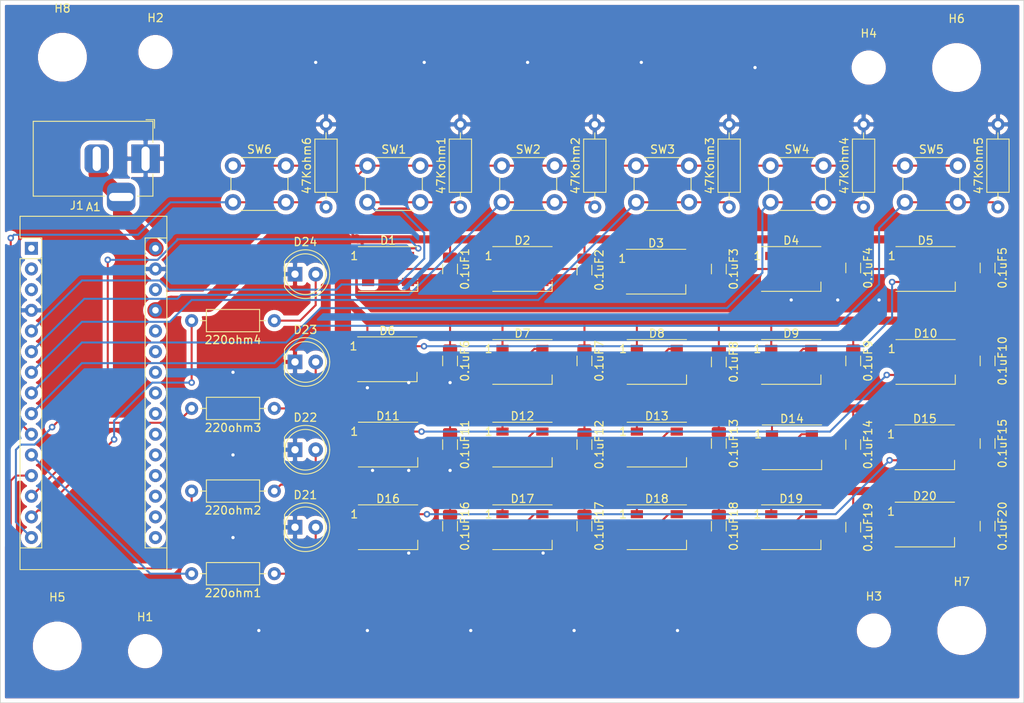
<source format=kicad_pcb>
(kicad_pcb (version 20171130) (host pcbnew "(5.1.2)-1")
  (layers (0 F.Cu signal) (31 B.Cu signal) (34 B.Paste user) (35 F.Paste user) (36 B.SilkS user) (37 F.SilkS user) (38 B.Mask user) (39 F.Mask user) (44 Edge.Cuts user))
  (net 0 "")
  (net 1 GND)
  (net 2 +5V)
  (net 3 "Net-(A1-Pad1)")
  (net 4 "Net-(A1-Pad17)")
  (net 5 "Net-(A1-Pad2)")
  (net 6 "Net-(A1-Pad18)")
  (net 7 "Net-(A1-Pad3)")
  (net 8 "Net-(A1-Pad19)")
  (net 9 "Net-(A1-Pad20)")
  (net 10 "Net-(47Kohm1-Pad1)")
  (net 11 "Net-(A1-Pad21)")
  (net 12 "Net-(47Kohm2-Pad1)")
  (net 13 "Net-(A1-Pad22)")
  (net 14 "Net-(47Kohm3-Pad1)")
  (net 15 "Net-(A1-Pad23)")
  (net 16 "Net-(47Kohm4-Pad1)")
  (net 17 "Net-(A1-Pad24)")
  (net 18 "Net-(47Kohm5-Pad1)")
  (net 19 "Net-(A1-Pad25)")
  (net 20 "Net-(47Kohm6-Pad1)")
  (net 21 "Net-(A1-Pad26)")
  (net 22 "Net-(220ohm1-Pad2)")
  (net 23 "Net-(220ohm2-Pad2)")
  (net 24 "Net-(A1-Pad28)")
  (net 25 "Net-(220ohm3-Pad2)")
  (net 26 "Net-(220ohm4-Pad2)")
  (net 27 "Net-(A1-Pad30)")
  (net 28 "Net-(A1-Pad15)")
  (net 29 "Net-(A1-Pad16)")
  (net 30 "Net-(D1-Pad2)")
  (net 31 "Net-(D2-Pad2)")
  (net 32 "Net-(D3-Pad2)")
  (net 33 "Net-(D4-Pad2)")
  (net 34 "Net-(D5-Pad2)")
  (net 35 "Net-(D6-Pad2)")
  (net 36 "Net-(D7-Pad2)")
  (net 37 "Net-(D8-Pad2)")
  (net 38 "Net-(D10-Pad4)")
  (net 39 "Net-(D10-Pad2)")
  (net 40 "Net-(D11-Pad2)")
  (net 41 "Net-(D12-Pad2)")
  (net 42 "Net-(D13-Pad2)")
  (net 43 "Net-(D14-Pad2)")
  (net 44 "Net-(D15-Pad2)")
  (net 45 "Net-(D16-Pad2)")
  (net 46 "Net-(D17-Pad2)")
  (net 47 "Net-(D18-Pad2)")
  (net 48 "Net-(D19-Pad2)")
  (net 49 "Net-(D20-Pad2)")
  (net 50 "Net-(220ohm1-Pad1)")
  (net 51 "Net-(220ohm2-Pad1)")
  (net 52 "Net-(220ohm3-Pad1)")
  (net 53 "Net-(220ohm4-Pad1)")
  (module MountingHole:MountingHole_5mm (layer F.Cu) (at 76.2 116.205)
    (fp_text reference H5 (at 0 -6) (layer F.SilkS))
    (fp_text value MountingHole)
    (pad 1 np_thru_hole circle (at 0 0) (size 5 5) (drill 5) (layers *.Cu *.Mask))
  )
  (module MountingHole:MountingHole_5mm (layer F.Cu) (at 186.69 45.085)
    (fp_text reference H6 (at 0 -6) (layer F.SilkS))
    (fp_text value MountingHole)
    (pad 1 np_thru_hole circle (at 0 0) (size 5 5) (drill 5) (layers *.Cu *.Mask))
  )
  (module MountingHole:MountingHole_5mm (layer F.Cu) (at 76.835 43.815)
    (fp_text reference H8 (at 0 -6) (layer F.SilkS))
    (fp_text value MountingHole)
    (pad 1 np_thru_hole circle (at 0 0) (size 5 5) (drill 5) (layers *.Cu *.Mask))
  )
  (module MountingHole:MountingHole_5mm (layer F.Cu) (at 187.325 114.3)
    (fp_text reference H7 (at 0 -6) (layer F.SilkS))
    (fp_text value MountingHole)
    (pad 1 np_thru_hole circle (at 0 0) (size 5 5) (drill 5) (layers *.Cu *.Mask))
  )
  (module MountingHole:MountingHole_3.2mm_M3 (layer F.Cu) (at 86.995 116.84)
    (fp_text reference H1 (at 0 -4.2) (layer F.SilkS))
    (fp_text value MountingHole)
    (pad 1 np_thru_hole circle (at 0 0) (size 3.2 3.2) (drill 3.2) (layers *.Cu *.Mask))
  )
  (module MountingHole:MountingHole_3.2mm_M3 (layer F.Cu) (at 175.895 45.085)
    (fp_text reference H4 (at 0 -4.2) (layer F.SilkS))
    (fp_text value MountingHole)
    (pad 1 np_thru_hole circle (at 0 0) (size 3.2 3.2) (drill 3.2) (layers *.Cu *.Mask))
  )
  (module MountingHole:MountingHole_3.2mm_M3 (layer F.Cu) (at 88.265 43.18)
    (fp_text reference H2 (at 0 -4.2) (layer F.SilkS))
    (fp_text value MountingHole)
    (pad 1 np_thru_hole circle (at 0 0) (size 3.2 3.2) (drill 3.2) (layers *.Cu *.Mask))
  )
  (module MountingHole:MountingHole_3.2mm_M3 (layer F.Cu) (at 176.53 114.3)
    (fp_text reference H3 (at 0 -4.2) (layer F.SilkS))
    (fp_text value MountingHole)
    (pad 1 np_thru_hole circle (at 0 0) (size 3.2 3.2) (drill 3.2) (layers *.Cu *.Mask))
  )
  (module Capacitor_SMD:C_1206_3216Metric (layer F.Cu) (at 190.5 101.47 270)
    (fp_text reference 0.1uF20 (at 0 -1.82 90) (layer F.SilkS))
    (fp_text value CAP)
    (pad 2 smd roundrect (at 1.4 0 270) (size 1.25 1.75) (layers F.Cu F.Paste F.Mask) (roundrect_rratio 0.2) (net 1 GND))
    (pad 1 smd roundrect (at -1.4 0 270) (size 1.25 1.75) (layers F.Cu F.Paste F.Mask) (roundrect_rratio 0.2) (net 2 +5V))
  )
  (module Capacitor_SMD:C_1206_3216Metric (layer F.Cu) (at 190.5 91.31 270)
    (fp_text reference 0.1uF15 (at 0 -1.82 90) (layer F.SilkS))
    (fp_text value CAP)
    (pad 2 smd roundrect (at 1.4 0 270) (size 1.25 1.75) (layers F.Cu F.Paste F.Mask) (roundrect_rratio 0.2) (net 1 GND))
    (pad 1 smd roundrect (at -1.4 0 270) (size 1.25 1.75) (layers F.Cu F.Paste F.Mask) (roundrect_rratio 0.2) (net 2 +5V))
  )
  (module Capacitor_SMD:C_1206_3216Metric (layer F.Cu) (at 190.5 81.15 270)
    (fp_text reference 0.1uF10 (at 0 -1.82 90) (layer F.SilkS))
    (fp_text value CAP)
    (pad 2 smd roundrect (at 1.4 0 270) (size 1.25 1.75) (layers F.Cu F.Paste F.Mask) (roundrect_rratio 0.2) (net 1 GND))
    (pad 1 smd roundrect (at -1.4 0 270) (size 1.25 1.75) (layers F.Cu F.Paste F.Mask) (roundrect_rratio 0.2) (net 2 +5V))
  )
  (module Capacitor_SMD:C_1206_3216Metric (layer F.Cu) (at 190.5 69.72 270)
    (fp_text reference 0.1uF5 (at 0 -1.82 90) (layer F.SilkS))
    (fp_text value CAP)
    (pad 2 smd roundrect (at 1.4 0 270) (size 1.25 1.75) (layers F.Cu F.Paste F.Mask) (roundrect_rratio 0.2) (net 1 GND))
    (pad 1 smd roundrect (at -1.4 0 270) (size 1.25 1.75) (layers F.Cu F.Paste F.Mask) (roundrect_rratio 0.2) (net 2 +5V))
  )
  (module Capacitor_SMD:C_1206_3216Metric (layer F.Cu) (at 124.46 69.85 270)
    (fp_text reference 0.1uF1 (at 0 -1.82 90) (layer F.SilkS))
    (fp_text value CAP)
    (pad 2 smd roundrect (at 1.4 0 270) (size 1.25 1.75) (layers F.Cu F.Paste F.Mask) (roundrect_rratio 0.2) (net 1 GND))
    (pad 1 smd roundrect (at -1.4 0 270) (size 1.25 1.75) (layers F.Cu F.Paste F.Mask) (roundrect_rratio 0.2) (net 2 +5V))
  )
  (module Capacitor_SMD:C_1206_3216Metric (layer F.Cu) (at 124.46 81.15 270)
    (fp_text reference 0.1uF6 (at 0 -1.82 90) (layer F.SilkS))
    (fp_text value CAP)
    (pad 1 smd roundrect (at -1.4 0 270) (size 1.25 1.75) (layers F.Cu F.Paste F.Mask) (roundrect_rratio 0.2) (net 2 +5V))
    (pad 2 smd roundrect (at 1.4 0 270) (size 1.25 1.75) (layers F.Cu F.Paste F.Mask) (roundrect_rratio 0.2) (net 1 GND))
  )
  (module Capacitor_SMD:C_1206_3216Metric (layer F.Cu) (at 124.46 91.44 270)
    (fp_text reference 0.1uF11 (at 0 -1.82 90) (layer F.SilkS))
    (fp_text value CAP)
    (pad 2 smd roundrect (at 1.4 0 270) (size 1.25 1.75) (layers F.Cu F.Paste F.Mask) (roundrect_rratio 0.2) (net 1 GND))
    (pad 1 smd roundrect (at -1.4 0 270) (size 1.25 1.75) (layers F.Cu F.Paste F.Mask) (roundrect_rratio 0.2) (net 2 +5V))
  )
  (module Capacitor_SMD:C_1206_3216Metric (layer F.Cu) (at 124.46 101.47 270)
    (fp_text reference 0.1uF16 (at 0 -1.82 90) (layer F.SilkS))
    (fp_text value CAP)
    (pad 1 smd roundrect (at -1.4 0 270) (size 1.25 1.75) (layers F.Cu F.Paste F.Mask) (roundrect_rratio 0.2) (net 2 +5V))
    (pad 2 smd roundrect (at 1.4 0 270) (size 1.25 1.75) (layers F.Cu F.Paste F.Mask) (roundrect_rratio 0.2) (net 1 GND))
  )
  (module Capacitor_SMD:C_1206_3216Metric (layer F.Cu) (at 140.97 69.98 270)
    (fp_text reference 0.1uF2 (at 0 -1.82 90) (layer F.SilkS))
    (fp_text value CAP)
    (pad 1 smd roundrect (at -1.4 0 270) (size 1.25 1.75) (layers F.Cu F.Paste F.Mask) (roundrect_rratio 0.2) (net 2 +5V))
    (pad 2 smd roundrect (at 1.4 0 270) (size 1.25 1.75) (layers F.Cu F.Paste F.Mask) (roundrect_rratio 0.2) (net 1 GND))
  )
  (module Capacitor_SMD:C_1206_3216Metric (layer F.Cu) (at 140.97 81.15 270)
    (fp_text reference 0.1uF7 (at 0 -1.82 90) (layer F.SilkS))
    (fp_text value CAP)
    (pad 1 smd roundrect (at -1.4 0 270) (size 1.25 1.75) (layers F.Cu F.Paste F.Mask) (roundrect_rratio 0.2) (net 2 +5V))
    (pad 2 smd roundrect (at 1.4 0 270) (size 1.25 1.75) (layers F.Cu F.Paste F.Mask) (roundrect_rratio 0.2) (net 1 GND))
  )
  (module Capacitor_SMD:C_1206_3216Metric (layer F.Cu) (at 140.97 91.44 270)
    (fp_text reference 0.1uF12 (at 0 -1.82 90) (layer F.SilkS))
    (fp_text value CAP)
    (pad 1 smd roundrect (at -1.4 0 270) (size 1.25 1.75) (layers F.Cu F.Paste F.Mask) (roundrect_rratio 0.2) (net 2 +5V))
    (pad 2 smd roundrect (at 1.4 0 270) (size 1.25 1.75) (layers F.Cu F.Paste F.Mask) (roundrect_rratio 0.2) (net 1 GND))
  )
  (module Capacitor_SMD:C_1206_3216Metric (layer F.Cu) (at 140.97 101.47 270)
    (fp_text reference 0.1uF17 (at 0 -1.82 90) (layer F.SilkS))
    (fp_text value CAP)
    (pad 1 smd roundrect (at -1.4 0 270) (size 1.25 1.75) (layers F.Cu F.Paste F.Mask) (roundrect_rratio 0.2) (net 2 +5V))
    (pad 2 smd roundrect (at 1.4 0 270) (size 1.25 1.75) (layers F.Cu F.Paste F.Mask) (roundrect_rratio 0.2) (net 1 GND))
  )
  (module Capacitor_SMD:C_1206_3216Metric (layer F.Cu) (at 157.48 69.85 270)
    (fp_text reference 0.1uF3 (at 0 -1.82 90) (layer F.SilkS))
    (fp_text value CAP)
    (pad 2 smd roundrect (at 1.4 0 270) (size 1.25 1.75) (layers F.Cu F.Paste F.Mask) (roundrect_rratio 0.2) (net 1 GND))
    (pad 1 smd roundrect (at -1.4 0 270) (size 1.25 1.75) (layers F.Cu F.Paste F.Mask) (roundrect_rratio 0.2) (net 2 +5V))
  )
  (module Capacitor_SMD:C_1206_3216Metric (layer F.Cu) (at 157.48 81.28 270)
    (fp_text reference 0.1uF8 (at 0 -1.82 90) (layer F.SilkS))
    (fp_text value CAP)
    (pad 1 smd roundrect (at -1.4 0 270) (size 1.25 1.75) (layers F.Cu F.Paste F.Mask) (roundrect_rratio 0.2) (net 2 +5V))
    (pad 2 smd roundrect (at 1.4 0 270) (size 1.25 1.75) (layers F.Cu F.Paste F.Mask) (roundrect_rratio 0.2) (net 1 GND))
  )
  (module Capacitor_SMD:C_1206_3216Metric (layer F.Cu) (at 157.48 91.31 270)
    (fp_text reference 0.1uF13 (at 0 -1.82 90) (layer F.SilkS))
    (fp_text value CAP)
    (pad 1 smd roundrect (at -1.4 0 270) (size 1.25 1.75) (layers F.Cu F.Paste F.Mask) (roundrect_rratio 0.2) (net 2 +5V))
    (pad 2 smd roundrect (at 1.4 0 270) (size 1.25 1.75) (layers F.Cu F.Paste F.Mask) (roundrect_rratio 0.2) (net 1 GND))
  )
  (module Capacitor_SMD:C_1206_3216Metric (layer F.Cu) (at 157.48 101.47 270)
    (fp_text reference 0.1uF18 (at 0 -1.82 90) (layer F.SilkS))
    (fp_text value CAP)
    (pad 2 smd roundrect (at 1.4 0 270) (size 1.25 1.75) (layers F.Cu F.Paste F.Mask) (roundrect_rratio 0.2) (net 1 GND))
    (pad 1 smd roundrect (at -1.4 0 270) (size 1.25 1.75) (layers F.Cu F.Paste F.Mask) (roundrect_rratio 0.2) (net 2 +5V))
  )
  (module Capacitor_SMD:C_1206_3216Metric (layer F.Cu) (at 173.99 69.72 270)
    (fp_text reference 0.1uF4 (at 0 -1.82 90) (layer F.SilkS))
    (fp_text value CAP)
    (pad 2 smd roundrect (at 1.4 0 270) (size 1.25 1.75) (layers F.Cu F.Paste F.Mask) (roundrect_rratio 0.2) (net 1 GND))
    (pad 1 smd roundrect (at -1.4 0 270) (size 1.25 1.75) (layers F.Cu F.Paste F.Mask) (roundrect_rratio 0.2) (net 2 +5V))
  )
  (module Capacitor_SMD:C_1206_3216Metric (layer F.Cu) (at 173.99 81.15 270)
    (fp_text reference 0.1uF9 (at 0 -1.82 90) (layer F.SilkS))
    (fp_text value CAP)
    (pad 1 smd roundrect (at -1.4 0 270) (size 1.25 1.75) (layers F.Cu F.Paste F.Mask) (roundrect_rratio 0.2) (net 2 +5V))
    (pad 2 smd roundrect (at 1.4 0 270) (size 1.25 1.75) (layers F.Cu F.Paste F.Mask) (roundrect_rratio 0.2) (net 1 GND))
  )
  (module Capacitor_SMD:C_1206_3216Metric (layer F.Cu) (at 173.99 91.44 270)
    (fp_text reference 0.1uF14 (at 0 -1.82 90) (layer F.SilkS))
    (fp_text value CAP)
    (pad 2 smd roundrect (at 1.4 0 270) (size 1.25 1.75) (layers F.Cu F.Paste F.Mask) (roundrect_rratio 0.2) (net 1 GND))
    (pad 1 smd roundrect (at -1.4 0 270) (size 1.25 1.75) (layers F.Cu F.Paste F.Mask) (roundrect_rratio 0.2) (net 2 +5V))
  )
  (module Capacitor_SMD:C_1206_3216Metric (layer F.Cu) (at 173.99 101.6 270)
    (fp_text reference 0.1uF19 (at 0 -1.82 90) (layer F.SilkS))
    (fp_text value CAP)
    (pad 2 smd roundrect (at 1.4 0 270) (size 1.25 1.75) (layers F.Cu F.Paste F.Mask) (roundrect_rratio 0.2) (net 1 GND))
    (pad 1 smd roundrect (at -1.4 0 270) (size 1.25 1.75) (layers F.Cu F.Paste F.Mask) (roundrect_rratio 0.2) (net 2 +5V))
  )
  (module Module:Arduino_Nano (layer F.Cu) (at 73.025 67.31)
    (fp_text reference A1 (at 7.62 -5.08) (layer F.SilkS))
    (fp_text value Arduino_Nano_v3.x)
    (pad 1 thru_hole rect (at 0 0) (size 1.6 1.6) (drill 0.8) (layers *.Cu *.Mask) (net 3 "Net-(A1-Pad1)"))
    (pad 17 thru_hole oval (at 15.24 33.02) (size 1.6 1.6) (drill 0.8) (layers *.Cu *.Mask) (net 4 "Net-(A1-Pad17)"))
    (pad 2 thru_hole oval (at 0 2.54) (size 1.6 1.6) (drill 0.8) (layers *.Cu *.Mask) (net 5 "Net-(A1-Pad2)"))
    (pad 18 thru_hole oval (at 15.24 30.48) (size 1.6 1.6) (drill 0.8) (layers *.Cu *.Mask) (net 6 "Net-(A1-Pad18)"))
    (pad 3 thru_hole oval (at 0 5.08) (size 1.6 1.6) (drill 0.8) (layers *.Cu *.Mask) (net 7 "Net-(A1-Pad3)"))
    (pad 19 thru_hole oval (at 15.24 27.94) (size 1.6 1.6) (drill 0.8) (layers *.Cu *.Mask) (net 8 "Net-(A1-Pad19)"))
    (pad 4 thru_hole oval (at 0 7.62) (size 1.6 1.6) (drill 0.8) (layers *.Cu *.Mask) (net 1 GND))
    (pad 20 thru_hole oval (at 15.24 25.4) (size 1.6 1.6) (drill 0.8) (layers *.Cu *.Mask) (net 9 "Net-(A1-Pad20)"))
    (pad 5 thru_hole oval (at 0 10.16) (size 1.6 1.6) (drill 0.8) (layers *.Cu *.Mask) (net 10 "Net-(47Kohm1-Pad1)"))
    (pad 21 thru_hole oval (at 15.24 22.86) (size 1.6 1.6) (drill 0.8) (layers *.Cu *.Mask) (net 11 "Net-(A1-Pad21)"))
    (pad 6 thru_hole oval (at 0 12.7) (size 1.6 1.6) (drill 0.8) (layers *.Cu *.Mask) (net 12 "Net-(47Kohm2-Pad1)"))
    (pad 22 thru_hole oval (at 15.24 20.32) (size 1.6 1.6) (drill 0.8) (layers *.Cu *.Mask) (net 13 "Net-(A1-Pad22)"))
    (pad 7 thru_hole oval (at 0 15.24) (size 1.6 1.6) (drill 0.8) (layers *.Cu *.Mask) (net 14 "Net-(47Kohm3-Pad1)"))
    (pad 23 thru_hole oval (at 15.24 17.78) (size 1.6 1.6) (drill 0.8) (layers *.Cu *.Mask) (net 15 "Net-(A1-Pad23)"))
    (pad 8 thru_hole oval (at 0 17.78) (size 1.6 1.6) (drill 0.8) (layers *.Cu *.Mask) (net 16 "Net-(47Kohm4-Pad1)"))
    (pad 24 thru_hole oval (at 15.24 15.24) (size 1.6 1.6) (drill 0.8) (layers *.Cu *.Mask) (net 17 "Net-(A1-Pad24)"))
    (pad 9 thru_hole oval (at 0 20.32) (size 1.6 1.6) (drill 0.8) (layers *.Cu *.Mask) (net 18 "Net-(47Kohm5-Pad1)"))
    (pad 25 thru_hole oval (at 15.24 12.7) (size 1.6 1.6) (drill 0.8) (layers *.Cu *.Mask) (net 19 "Net-(A1-Pad25)"))
    (pad 10 thru_hole oval (at 0 22.86) (size 1.6 1.6) (drill 0.8) (layers *.Cu *.Mask) (net 20 "Net-(47Kohm6-Pad1)"))
    (pad 26 thru_hole oval (at 15.24 10.16) (size 1.6 1.6) (drill 0.8) (layers *.Cu *.Mask) (net 21 "Net-(A1-Pad26)"))
    (pad 11 thru_hole oval (at 0 25.4) (size 1.6 1.6) (drill 0.8) (layers *.Cu *.Mask) (net 22 "Net-(220ohm1-Pad2)"))
    (pad 27 thru_hole oval (at 15.24 7.62) (size 1.6 1.6) (drill 0.8) (layers *.Cu *.Mask) (net 2 +5V))
    (pad 12 thru_hole oval (at 0 27.94) (size 1.6 1.6) (drill 0.8) (layers *.Cu *.Mask) (net 23 "Net-(220ohm2-Pad2)"))
    (pad 28 thru_hole oval (at 15.24 5.08) (size 1.6 1.6) (drill 0.8) (layers *.Cu *.Mask) (net 24 "Net-(A1-Pad28)"))
    (pad 13 thru_hole oval (at 0 30.48) (size 1.6 1.6) (drill 0.8) (layers *.Cu *.Mask) (net 25 "Net-(220ohm3-Pad2)"))
    (pad 29 thru_hole oval (at 15.24 2.54) (size 1.6 1.6) (drill 0.8) (layers *.Cu *.Mask) (net 1 GND))
    (pad 14 thru_hole oval (at 0 33.02) (size 1.6 1.6) (drill 0.8) (layers *.Cu *.Mask) (net 26 "Net-(220ohm4-Pad2)"))
    (pad 30 thru_hole oval (at 15.24 0) (size 1.6 1.6) (drill 0.8) (layers *.Cu *.Mask) (net 27 "Net-(A1-Pad30)"))
    (pad 15 thru_hole oval (at 0 35.56) (size 1.6 1.6) (drill 0.8) (layers *.Cu *.Mask) (net 28 "Net-(A1-Pad15)"))
    (pad 16 thru_hole oval (at 15.24 35.56) (size 1.6 1.6) (drill 0.8) (layers *.Cu *.Mask) (net 29 "Net-(A1-Pad16)"))
  )
  (module LED_SMD:LED_WS2812B_PLCC4_5.0x5.0mm_P3.2mm (layer F.Cu) (at 116.84 69.85)
    (fp_text reference D1 (at 0 -3.5) (layer F.SilkS))
    (fp_text value WS2812B)
    (fp_text user 1 (at -4.15 -1.6) (layer F.SilkS))
    (pad 3 smd rect (at 2.45 1.6) (size 1.5 1) (layers F.Cu F.Paste F.Mask) (net 1 GND))
    (pad 4 smd rect (at 2.45 -1.6) (size 1.5 1) (layers F.Cu F.Paste F.Mask) (net 28 "Net-(A1-Pad15)"))
    (pad 2 smd rect (at -2.45 1.6) (size 1.5 1) (layers F.Cu F.Paste F.Mask) (net 30 "Net-(D1-Pad2)"))
    (pad 1 smd rect (at -2.45 -1.6) (size 1.5 1) (layers F.Cu F.Paste F.Mask) (net 2 +5V))
  )
  (module LED_SMD:LED_WS2812B_PLCC4_5.0x5.0mm_P3.2mm (layer F.Cu) (at 133.35 69.85)
    (fp_text reference D2 (at 0 -3.5) (layer F.SilkS))
    (fp_text value WS2812B)
    (fp_text user 1 (at -4.15 -1.6) (layer F.SilkS))
    (pad 1 smd rect (at -2.45 -1.6) (size 1.5 1) (layers F.Cu F.Paste F.Mask) (net 2 +5V))
    (pad 2 smd rect (at -2.45 1.6) (size 1.5 1) (layers F.Cu F.Paste F.Mask) (net 31 "Net-(D2-Pad2)"))
    (pad 4 smd rect (at 2.45 -1.6) (size 1.5 1) (layers F.Cu F.Paste F.Mask) (net 30 "Net-(D1-Pad2)"))
    (pad 3 smd rect (at 2.45 1.6) (size 1.5 1) (layers F.Cu F.Paste F.Mask) (net 1 GND))
  )
  (module LED_SMD:LED_WS2812B_PLCC4_5.0x5.0mm_P3.2mm (layer F.Cu) (at 149.77 70.18)
    (fp_text reference D3 (at 0 -3.5) (layer F.SilkS))
    (fp_text value WS2812B)
    (fp_text user 1 (at -4.15 -1.6) (layer F.SilkS))
    (pad 1 smd rect (at -2.45 -1.6) (size 1.5 1) (layers F.Cu F.Paste F.Mask) (net 2 +5V))
    (pad 2 smd rect (at -2.45 1.6) (size 1.5 1) (layers F.Cu F.Paste F.Mask) (net 32 "Net-(D3-Pad2)"))
    (pad 4 smd rect (at 2.45 -1.6) (size 1.5 1) (layers F.Cu F.Paste F.Mask) (net 31 "Net-(D2-Pad2)"))
    (pad 3 smd rect (at 2.45 1.6) (size 1.5 1) (layers F.Cu F.Paste F.Mask) (net 1 GND))
  )
  (module LED_SMD:LED_WS2812B_PLCC4_5.0x5.0mm_P3.2mm (layer F.Cu) (at 166.37 69.85)
    (fp_text reference D4 (at 0 -3.5) (layer F.SilkS))
    (fp_text value WS2812B)
    (fp_text user 1 (at -4.15 -1.6) (layer F.SilkS))
    (pad 3 smd rect (at 2.45 1.6) (size 1.5 1) (layers F.Cu F.Paste F.Mask) (net 1 GND))
    (pad 4 smd rect (at 2.45 -1.6) (size 1.5 1) (layers F.Cu F.Paste F.Mask) (net 32 "Net-(D3-Pad2)"))
    (pad 2 smd rect (at -2.45 1.6) (size 1.5 1) (layers F.Cu F.Paste F.Mask) (net 33 "Net-(D4-Pad2)"))
    (pad 1 smd rect (at -2.45 -1.6) (size 1.5 1) (layers F.Cu F.Paste F.Mask) (net 2 +5V))
  )
  (module LED_SMD:LED_WS2812B_PLCC4_5.0x5.0mm_P3.2mm (layer F.Cu) (at 182.88 69.85)
    (fp_text reference D5 (at 0 -3.5) (layer F.SilkS))
    (fp_text value WS2812B)
    (fp_text user 1 (at -4.15 -1.6) (layer F.SilkS))
    (pad 1 smd rect (at -2.45 -1.6) (size 1.5 1) (layers F.Cu F.Paste F.Mask) (net 2 +5V))
    (pad 2 smd rect (at -2.45 1.6) (size 1.5 1) (layers F.Cu F.Paste F.Mask) (net 34 "Net-(D5-Pad2)"))
    (pad 4 smd rect (at 2.45 -1.6) (size 1.5 1) (layers F.Cu F.Paste F.Mask) (net 33 "Net-(D4-Pad2)"))
    (pad 3 smd rect (at 2.45 1.6) (size 1.5 1) (layers F.Cu F.Paste F.Mask) (net 1 GND))
  )
  (module LED_SMD:LED_WS2812B_PLCC4_5.0x5.0mm_P3.2mm (layer F.Cu) (at 116.75 80.95)
    (fp_text reference D6 (at 0 -3.5) (layer F.SilkS))
    (fp_text value WS2812B)
    (fp_text user 1 (at -4.15 -1.6) (layer F.SilkS))
    (pad 1 smd rect (at -2.45 -1.6) (size 1.5 1) (layers F.Cu F.Paste F.Mask) (net 2 +5V))
    (pad 2 smd rect (at -2.45 1.6) (size 1.5 1) (layers F.Cu F.Paste F.Mask) (net 35 "Net-(D6-Pad2)"))
    (pad 4 smd rect (at 2.45 -1.6) (size 1.5 1) (layers F.Cu F.Paste F.Mask) (net 34 "Net-(D5-Pad2)"))
    (pad 3 smd rect (at 2.45 1.6) (size 1.5 1) (layers F.Cu F.Paste F.Mask) (net 1 GND))
  )
  (module LED_SMD:LED_WS2812B_PLCC4_5.0x5.0mm_P3.2mm (layer F.Cu) (at 133.35 81.28)
    (fp_text reference D7 (at 0 -3.5) (layer F.SilkS))
    (fp_text value WS2812B)
    (fp_text user 1 (at -4.15 -1.6) (layer F.SilkS))
    (pad 3 smd rect (at 2.45 1.6) (size 1.5 1) (layers F.Cu F.Paste F.Mask) (net 1 GND))
    (pad 4 smd rect (at 2.45 -1.6) (size 1.5 1) (layers F.Cu F.Paste F.Mask) (net 35 "Net-(D6-Pad2)"))
    (pad 2 smd rect (at -2.45 1.6) (size 1.5 1) (layers F.Cu F.Paste F.Mask) (net 36 "Net-(D7-Pad2)"))
    (pad 1 smd rect (at -2.45 -1.6) (size 1.5 1) (layers F.Cu F.Paste F.Mask) (net 2 +5V))
  )
  (module LED_SMD:LED_WS2812B_PLCC4_5.0x5.0mm_P3.2mm (layer F.Cu) (at 149.86 81.28)
    (fp_text reference D8 (at 0 -3.5) (layer F.SilkS))
    (fp_text value WS2812B)
    (fp_text user 1 (at -4.15 -1.6) (layer F.SilkS))
    (pad 1 smd rect (at -2.45 -1.6) (size 1.5 1) (layers F.Cu F.Paste F.Mask) (net 2 +5V))
    (pad 2 smd rect (at -2.45 1.6) (size 1.5 1) (layers F.Cu F.Paste F.Mask) (net 37 "Net-(D8-Pad2)"))
    (pad 4 smd rect (at 2.45 -1.6) (size 1.5 1) (layers F.Cu F.Paste F.Mask) (net 36 "Net-(D7-Pad2)"))
    (pad 3 smd rect (at 2.45 1.6) (size 1.5 1) (layers F.Cu F.Paste F.Mask) (net 1 GND))
  )
  (module LED_SMD:LED_WS2812B_PLCC4_5.0x5.0mm_P3.2mm (layer F.Cu) (at 166.37 81.28)
    (fp_text reference D9 (at 0 -3.5) (layer F.SilkS))
    (fp_text value WS2812B)
    (fp_text user 1 (at -4.15 -1.6) (layer F.SilkS))
    (pad 3 smd rect (at 2.45 1.6) (size 1.5 1) (layers F.Cu F.Paste F.Mask) (net 1 GND))
    (pad 4 smd rect (at 2.45 -1.6) (size 1.5 1) (layers F.Cu F.Paste F.Mask) (net 37 "Net-(D8-Pad2)"))
    (pad 2 smd rect (at -2.45 1.6) (size 1.5 1) (layers F.Cu F.Paste F.Mask) (net 38 "Net-(D10-Pad4)"))
    (pad 1 smd rect (at -2.45 -1.6) (size 1.5 1) (layers F.Cu F.Paste F.Mask) (net 2 +5V))
  )
  (module LED_SMD:LED_WS2812B_PLCC4_5.0x5.0mm_P3.2mm (layer F.Cu) (at 182.88 81.28)
    (fp_text reference D10 (at 0 -3.5) (layer F.SilkS))
    (fp_text value WS2812B)
    (fp_text user 1 (at -4.15 -1.6) (layer F.SilkS))
    (pad 1 smd rect (at -2.45 -1.6) (size 1.5 1) (layers F.Cu F.Paste F.Mask) (net 2 +5V))
    (pad 2 smd rect (at -2.45 1.6) (size 1.5 1) (layers F.Cu F.Paste F.Mask) (net 39 "Net-(D10-Pad2)"))
    (pad 4 smd rect (at 2.45 -1.6) (size 1.5 1) (layers F.Cu F.Paste F.Mask) (net 38 "Net-(D10-Pad4)"))
    (pad 3 smd rect (at 2.45 1.6) (size 1.5 1) (layers F.Cu F.Paste F.Mask) (net 1 GND))
  )
  (module LED_SMD:LED_WS2812B_PLCC4_5.0x5.0mm_P3.2mm (layer F.Cu) (at 116.84 91.44)
    (fp_text reference D11 (at 0 -3.5) (layer F.SilkS))
    (fp_text value WS2812B)
    (fp_text user 1 (at -4.15 -1.6) (layer F.SilkS))
    (pad 3 smd rect (at 2.45 1.6) (size 1.5 1) (layers F.Cu F.Paste F.Mask) (net 1 GND))
    (pad 4 smd rect (at 2.45 -1.6) (size 1.5 1) (layers F.Cu F.Paste F.Mask) (net 39 "Net-(D10-Pad2)"))
    (pad 2 smd rect (at -2.45 1.6) (size 1.5 1) (layers F.Cu F.Paste F.Mask) (net 40 "Net-(D11-Pad2)"))
    (pad 1 smd rect (at -2.45 -1.6) (size 1.5 1) (layers F.Cu F.Paste F.Mask) (net 2 +5V))
  )
  (module LED_SMD:LED_WS2812B_PLCC4_5.0x5.0mm_P3.2mm (layer F.Cu) (at 133.35 91.44)
    (fp_text reference D12 (at 0 -3.5) (layer F.SilkS))
    (fp_text value WS2812B)
    (fp_text user 1 (at -4.15 -1.6) (layer F.SilkS))
    (pad 1 smd rect (at -2.45 -1.6) (size 1.5 1) (layers F.Cu F.Paste F.Mask) (net 2 +5V))
    (pad 2 smd rect (at -2.45 1.6) (size 1.5 1) (layers F.Cu F.Paste F.Mask) (net 41 "Net-(D12-Pad2)"))
    (pad 4 smd rect (at 2.45 -1.6) (size 1.5 1) (layers F.Cu F.Paste F.Mask) (net 40 "Net-(D11-Pad2)"))
    (pad 3 smd rect (at 2.45 1.6) (size 1.5 1) (layers F.Cu F.Paste F.Mask) (net 1 GND))
  )
  (module LED_SMD:LED_WS2812B_PLCC4_5.0x5.0mm_P3.2mm (layer F.Cu) (at 149.86 91.44)
    (fp_text reference D13 (at 0 -3.5) (layer F.SilkS))
    (fp_text value WS2812B)
    (fp_text user 1 (at -4.15 -1.6) (layer F.SilkS))
    (pad 3 smd rect (at 2.45 1.6) (size 1.5 1) (layers F.Cu F.Paste F.Mask) (net 1 GND))
    (pad 4 smd rect (at 2.45 -1.6) (size 1.5 1) (layers F.Cu F.Paste F.Mask) (net 41 "Net-(D12-Pad2)"))
    (pad 2 smd rect (at -2.45 1.6) (size 1.5 1) (layers F.Cu F.Paste F.Mask) (net 42 "Net-(D13-Pad2)"))
    (pad 1 smd rect (at -2.45 -1.6) (size 1.5 1) (layers F.Cu F.Paste F.Mask) (net 2 +5V))
  )
  (module LED_SMD:LED_WS2812B_PLCC4_5.0x5.0mm_P3.2mm (layer F.Cu) (at 166.46 91.77)
    (fp_text reference D14 (at 0 -3.5) (layer F.SilkS))
    (fp_text value WS2812B)
    (fp_text user 1 (at -4.15 -1.6) (layer F.SilkS))
    (pad 1 smd rect (at -2.45 -1.6) (size 1.5 1) (layers F.Cu F.Paste F.Mask) (net 2 +5V))
    (pad 2 smd rect (at -2.45 1.6) (size 1.5 1) (layers F.Cu F.Paste F.Mask) (net 43 "Net-(D14-Pad2)"))
    (pad 4 smd rect (at 2.45 -1.6) (size 1.5 1) (layers F.Cu F.Paste F.Mask) (net 42 "Net-(D13-Pad2)"))
    (pad 3 smd rect (at 2.45 1.6) (size 1.5 1) (layers F.Cu F.Paste F.Mask) (net 1 GND))
  )
  (module LED_SMD:LED_WS2812B_PLCC4_5.0x5.0mm_P3.2mm (layer F.Cu) (at 182.79 91.77)
    (fp_text reference D15 (at 0 -3.5) (layer F.SilkS))
    (fp_text value WS2812B)
    (fp_text user 1 (at -4.15 -1.6) (layer F.SilkS))
    (pad 3 smd rect (at 2.45 1.6) (size 1.5 1) (layers F.Cu F.Paste F.Mask) (net 1 GND))
    (pad 4 smd rect (at 2.45 -1.6) (size 1.5 1) (layers F.Cu F.Paste F.Mask) (net 43 "Net-(D14-Pad2)"))
    (pad 2 smd rect (at -2.45 1.6) (size 1.5 1) (layers F.Cu F.Paste F.Mask) (net 44 "Net-(D15-Pad2)"))
    (pad 1 smd rect (at -2.45 -1.6) (size 1.5 1) (layers F.Cu F.Paste F.Mask) (net 2 +5V))
  )
  (module LED_SMD:LED_WS2812B_PLCC4_5.0x5.0mm_P3.2mm (layer F.Cu) (at 116.84 101.6)
    (fp_text reference D16 (at 0 -3.5) (layer F.SilkS))
    (fp_text value WS2812B)
    (fp_text user 1 (at -4.15 -1.6) (layer F.SilkS))
    (pad 1 smd rect (at -2.45 -1.6) (size 1.5 1) (layers F.Cu F.Paste F.Mask) (net 2 +5V))
    (pad 2 smd rect (at -2.45 1.6) (size 1.5 1) (layers F.Cu F.Paste F.Mask) (net 45 "Net-(D16-Pad2)"))
    (pad 4 smd rect (at 2.45 -1.6) (size 1.5 1) (layers F.Cu F.Paste F.Mask) (net 44 "Net-(D15-Pad2)"))
    (pad 3 smd rect (at 2.45 1.6) (size 1.5 1) (layers F.Cu F.Paste F.Mask) (net 1 GND))
  )
  (module LED_SMD:LED_WS2812B_PLCC4_5.0x5.0mm_P3.2mm (layer F.Cu) (at 133.35 101.6)
    (fp_text reference D17 (at 0 -3.5) (layer F.SilkS))
    (fp_text value WS2812B)
    (fp_text user 1 (at -4.15 -1.6) (layer F.SilkS))
    (pad 3 smd rect (at 2.45 1.6) (size 1.5 1) (layers F.Cu F.Paste F.Mask) (net 1 GND))
    (pad 4 smd rect (at 2.45 -1.6) (size 1.5 1) (layers F.Cu F.Paste F.Mask) (net 45 "Net-(D16-Pad2)"))
    (pad 2 smd rect (at -2.45 1.6) (size 1.5 1) (layers F.Cu F.Paste F.Mask) (net 46 "Net-(D17-Pad2)"))
    (pad 1 smd rect (at -2.45 -1.6) (size 1.5 1) (layers F.Cu F.Paste F.Mask) (net 2 +5V))
  )
  (module LED_SMD:LED_WS2812B_PLCC4_5.0x5.0mm_P3.2mm (layer F.Cu) (at 149.86 101.6)
    (fp_text reference D18 (at 0 -3.5) (layer F.SilkS))
    (fp_text value WS2812B)
    (fp_text user 1 (at -4.15 -1.6) (layer F.SilkS))
    (pad 3 smd rect (at 2.45 1.6) (size 1.5 1) (layers F.Cu F.Paste F.Mask) (net 1 GND))
    (pad 4 smd rect (at 2.45 -1.6) (size 1.5 1) (layers F.Cu F.Paste F.Mask) (net 46 "Net-(D17-Pad2)"))
    (pad 2 smd rect (at -2.45 1.6) (size 1.5 1) (layers F.Cu F.Paste F.Mask) (net 47 "Net-(D18-Pad2)"))
    (pad 1 smd rect (at -2.45 -1.6) (size 1.5 1) (layers F.Cu F.Paste F.Mask) (net 2 +5V))
  )
  (module LED_SMD:LED_WS2812B_PLCC4_5.0x5.0mm_P3.2mm (layer F.Cu) (at 166.37 101.6)
    (fp_text reference D19 (at 0 -3.5) (layer F.SilkS))
    (fp_text value WS2812B)
    (fp_text user 1 (at -4.15 -1.6) (layer F.SilkS))
    (pad 3 smd rect (at 2.45 1.6) (size 1.5 1) (layers F.Cu F.Paste F.Mask) (net 1 GND))
    (pad 4 smd rect (at 2.45 -1.6) (size 1.5 1) (layers F.Cu F.Paste F.Mask) (net 47 "Net-(D18-Pad2)"))
    (pad 2 smd rect (at -2.45 1.6) (size 1.5 1) (layers F.Cu F.Paste F.Mask) (net 48 "Net-(D19-Pad2)"))
    (pad 1 smd rect (at -2.45 -1.6) (size 1.5 1) (layers F.Cu F.Paste F.Mask) (net 2 +5V))
  )
  (module LED_SMD:LED_WS2812B_PLCC4_5.0x5.0mm_P3.2mm (layer F.Cu) (at 182.79 101.27)
    (fp_text reference D20 (at 0 -3.5) (layer F.SilkS))
    (fp_text value WS2812B)
    (fp_text user 1 (at -4.15 -1.6) (layer F.SilkS))
    (pad 1 smd rect (at -2.45 -1.6) (size 1.5 1) (layers F.Cu F.Paste F.Mask) (net 2 +5V))
    (pad 2 smd rect (at -2.45 1.6) (size 1.5 1) (layers F.Cu F.Paste F.Mask) (net 49 "Net-(D20-Pad2)"))
    (pad 4 smd rect (at 2.45 -1.6) (size 1.5 1) (layers F.Cu F.Paste F.Mask) (net 48 "Net-(D19-Pad2)"))
    (pad 3 smd rect (at 2.45 1.6) (size 1.5 1) (layers F.Cu F.Paste F.Mask) (net 1 GND))
  )
  (module Button_Switch_THT:SW_PUSH_6mm (layer F.Cu) (at 114.3 57.15)
    (fp_text reference SW1 (at 3.25 -2) (layer F.SilkS))
    (fp_text value SW_Push)
    (pad 1 thru_hole circle (at 6.5 0 90) (size 2 2) (drill 1.1) (layers *.Cu *.Mask) (net 2 +5V))
    (pad 2 thru_hole circle (at 6.5 4.5 90) (size 2 2) (drill 1.1) (layers *.Cu *.Mask) (net 10 "Net-(47Kohm1-Pad1)"))
    (pad 1 thru_hole circle (at 0 0 90) (size 2 2) (drill 1.1) (layers *.Cu *.Mask) (net 2 +5V))
    (pad 2 thru_hole circle (at 0 4.5 90) (size 2 2) (drill 1.1) (layers *.Cu *.Mask) (net 10 "Net-(47Kohm1-Pad1)"))
  )
  (module Button_Switch_THT:SW_PUSH_6mm (layer F.Cu) (at 130.81 57.15)
    (fp_text reference SW2 (at 3.25 -2) (layer F.SilkS))
    (fp_text value SW_Push)
    (pad 2 thru_hole circle (at 0 4.5 90) (size 2 2) (drill 1.1) (layers *.Cu *.Mask) (net 12 "Net-(47Kohm2-Pad1)"))
    (pad 1 thru_hole circle (at 0 0 90) (size 2 2) (drill 1.1) (layers *.Cu *.Mask) (net 2 +5V))
    (pad 2 thru_hole circle (at 6.5 4.5 90) (size 2 2) (drill 1.1) (layers *.Cu *.Mask) (net 12 "Net-(47Kohm2-Pad1)"))
    (pad 1 thru_hole circle (at 6.5 0 90) (size 2 2) (drill 1.1) (layers *.Cu *.Mask) (net 2 +5V))
  )
  (module Button_Switch_THT:SW_PUSH_6mm (layer F.Cu) (at 147.32 57.15)
    (fp_text reference SW3 (at 3.25 -2) (layer F.SilkS))
    (fp_text value SW_Push)
    (pad 1 thru_hole circle (at 6.5 0 90) (size 2 2) (drill 1.1) (layers *.Cu *.Mask) (net 2 +5V))
    (pad 2 thru_hole circle (at 6.5 4.5 90) (size 2 2) (drill 1.1) (layers *.Cu *.Mask) (net 14 "Net-(47Kohm3-Pad1)"))
    (pad 1 thru_hole circle (at 0 0 90) (size 2 2) (drill 1.1) (layers *.Cu *.Mask) (net 2 +5V))
    (pad 2 thru_hole circle (at 0 4.5 90) (size 2 2) (drill 1.1) (layers *.Cu *.Mask) (net 14 "Net-(47Kohm3-Pad1)"))
  )
  (module Button_Switch_THT:SW_PUSH_6mm (layer F.Cu) (at 163.83 57.15)
    (fp_text reference SW4 (at 3.25 -2) (layer F.SilkS))
    (fp_text value SW_Push)
    (pad 2 thru_hole circle (at 0 4.5 90) (size 2 2) (drill 1.1) (layers *.Cu *.Mask) (net 16 "Net-(47Kohm4-Pad1)"))
    (pad 1 thru_hole circle (at 0 0 90) (size 2 2) (drill 1.1) (layers *.Cu *.Mask) (net 2 +5V))
    (pad 2 thru_hole circle (at 6.5 4.5 90) (size 2 2) (drill 1.1) (layers *.Cu *.Mask) (net 16 "Net-(47Kohm4-Pad1)"))
    (pad 1 thru_hole circle (at 6.5 0 90) (size 2 2) (drill 1.1) (layers *.Cu *.Mask) (net 2 +5V))
  )
  (module Button_Switch_THT:SW_PUSH_6mm (layer F.Cu) (at 180.34 57.15)
    (fp_text reference SW5 (at 3.25 -2) (layer F.SilkS))
    (fp_text value SW_Push)
    (pad 1 thru_hole circle (at 6.5 0 90) (size 2 2) (drill 1.1) (layers *.Cu *.Mask) (net 2 +5V))
    (pad 2 thru_hole circle (at 6.5 4.5 90) (size 2 2) (drill 1.1) (layers *.Cu *.Mask) (net 18 "Net-(47Kohm5-Pad1)"))
    (pad 1 thru_hole circle (at 0 0 90) (size 2 2) (drill 1.1) (layers *.Cu *.Mask) (net 2 +5V))
    (pad 2 thru_hole circle (at 0 4.5 90) (size 2 2) (drill 1.1) (layers *.Cu *.Mask) (net 18 "Net-(47Kohm5-Pad1)"))
  )
  (module Button_Switch_THT:SW_PUSH_6mm (layer F.Cu) (at 97.79 57.15)
    (fp_text reference SW6 (at 3.25 -2) (layer F.SilkS))
    (fp_text value SW_Push)
    (pad 2 thru_hole circle (at 0 4.5 90) (size 2 2) (drill 1.1) (layers *.Cu *.Mask) (net 20 "Net-(47Kohm6-Pad1)"))
    (pad 1 thru_hole circle (at 0 0 90) (size 2 2) (drill 1.1) (layers *.Cu *.Mask) (net 2 +5V))
    (pad 2 thru_hole circle (at 6.5 4.5 90) (size 2 2) (drill 1.1) (layers *.Cu *.Mask) (net 20 "Net-(47Kohm6-Pad1)"))
    (pad 1 thru_hole circle (at 6.5 0 90) (size 2 2) (drill 1.1) (layers *.Cu *.Mask) (net 2 +5V))
  )
  (module Resistor_THT:R_Axial_DIN0207_L6.3mm_D2.5mm_P10.16mm_Horizontal (layer F.Cu) (at 102.87 107.315 180)
    (fp_text reference 220ohm1 (at 5.08 -2.37) (layer F.SilkS))
    (fp_text value R)
    (pad 2 thru_hole oval (at 10.16 0 180) (size 1.6 1.6) (drill 0.8) (layers *.Cu *.Mask) (net 22 "Net-(220ohm1-Pad2)"))
    (pad 1 thru_hole circle (at 0 0 180) (size 1.6 1.6) (drill 0.8) (layers *.Cu *.Mask) (net 50 "Net-(220ohm1-Pad1)"))
  )
  (module Resistor_THT:R_Axial_DIN0207_L6.3mm_D2.5mm_P10.16mm_Horizontal (layer F.Cu) (at 102.87 97.155 180)
    (fp_text reference 220ohm2 (at 5.08 -2.37) (layer F.SilkS))
    (fp_text value R)
    (pad 1 thru_hole circle (at 0 0 180) (size 1.6 1.6) (drill 0.8) (layers *.Cu *.Mask) (net 51 "Net-(220ohm2-Pad1)"))
    (pad 2 thru_hole oval (at 10.16 0 180) (size 1.6 1.6) (drill 0.8) (layers *.Cu *.Mask) (net 23 "Net-(220ohm2-Pad2)"))
  )
  (module Resistor_THT:R_Axial_DIN0207_L6.3mm_D2.5mm_P10.16mm_Horizontal (layer F.Cu) (at 102.87 86.995 180)
    (fp_text reference 220ohm3 (at 5.08 -2.37) (layer F.SilkS))
    (fp_text value R)
    (pad 2 thru_hole oval (at 10.16 0 180) (size 1.6 1.6) (drill 0.8) (layers *.Cu *.Mask) (net 25 "Net-(220ohm3-Pad2)"))
    (pad 1 thru_hole circle (at 0 0 180) (size 1.6 1.6) (drill 0.8) (layers *.Cu *.Mask) (net 52 "Net-(220ohm3-Pad1)"))
  )
  (module Resistor_THT:R_Axial_DIN0207_L6.3mm_D2.5mm_P10.16mm_Horizontal (layer F.Cu) (at 102.87 76.2 180)
    (fp_text reference 220ohm4 (at 5.08 -2.37) (layer F.SilkS))
    (fp_text value R)
    (pad 1 thru_hole circle (at 0 0 180) (size 1.6 1.6) (drill 0.8) (layers *.Cu *.Mask) (net 53 "Net-(220ohm4-Pad1)"))
    (pad 2 thru_hole oval (at 10.16 0 180) (size 1.6 1.6) (drill 0.8) (layers *.Cu *.Mask) (net 26 "Net-(220ohm4-Pad2)"))
  )
  (module Resistor_THT:R_Axial_DIN0207_L6.3mm_D2.5mm_P10.16mm_Horizontal (layer F.Cu) (at 125.73 62.23 90)
    (fp_text reference 47Kohm1 (at 5.08 -2.37 90) (layer F.SilkS))
    (fp_text value R)
    (pad 2 thru_hole oval (at 10.16 0 90) (size 1.6 1.6) (drill 0.8) (layers *.Cu *.Mask) (net 1 GND))
    (pad 1 thru_hole circle (at 0 0 90) (size 1.6 1.6) (drill 0.8) (layers *.Cu *.Mask) (net 10 "Net-(47Kohm1-Pad1)"))
  )
  (module Resistor_THT:R_Axial_DIN0207_L6.3mm_D2.5mm_P10.16mm_Horizontal (layer F.Cu) (at 142.24 62.23 90)
    (fp_text reference 47Kohm2 (at 5.08 -2.37 90) (layer F.SilkS))
    (fp_text value R)
    (pad 1 thru_hole circle (at 0 0 90) (size 1.6 1.6) (drill 0.8) (layers *.Cu *.Mask) (net 12 "Net-(47Kohm2-Pad1)"))
    (pad 2 thru_hole oval (at 10.16 0 90) (size 1.6 1.6) (drill 0.8) (layers *.Cu *.Mask) (net 1 GND))
  )
  (module Resistor_THT:R_Axial_DIN0207_L6.3mm_D2.5mm_P10.16mm_Horizontal (layer F.Cu) (at 158.75 62.23 90)
    (fp_text reference 47Kohm3 (at 5.08 -2.37 90) (layer F.SilkS))
    (fp_text value R)
    (pad 2 thru_hole oval (at 10.16 0 90) (size 1.6 1.6) (drill 0.8) (layers *.Cu *.Mask) (net 1 GND))
    (pad 1 thru_hole circle (at 0 0 90) (size 1.6 1.6) (drill 0.8) (layers *.Cu *.Mask) (net 14 "Net-(47Kohm3-Pad1)"))
  )
  (module Resistor_THT:R_Axial_DIN0207_L6.3mm_D2.5mm_P10.16mm_Horizontal (layer F.Cu) (at 175.26 62.23 90)
    (fp_text reference 47Kohm4 (at 5.08 -2.37 90) (layer F.SilkS))
    (fp_text value R)
    (pad 1 thru_hole circle (at 0 0 90) (size 1.6 1.6) (drill 0.8) (layers *.Cu *.Mask) (net 16 "Net-(47Kohm4-Pad1)"))
    (pad 2 thru_hole oval (at 10.16 0 90) (size 1.6 1.6) (drill 0.8) (layers *.Cu *.Mask) (net 1 GND))
  )
  (module Resistor_THT:R_Axial_DIN0207_L6.3mm_D2.5mm_P10.16mm_Horizontal (layer F.Cu) (at 191.77 62.23 90)
    (fp_text reference 47Kohm5 (at 5.08 -2.37 90) (layer F.SilkS))
    (fp_text value R)
    (pad 2 thru_hole oval (at 10.16 0 90) (size 1.6 1.6) (drill 0.8) (layers *.Cu *.Mask) (net 1 GND))
    (pad 1 thru_hole circle (at 0 0 90) (size 1.6 1.6) (drill 0.8) (layers *.Cu *.Mask) (net 18 "Net-(47Kohm5-Pad1)"))
  )
  (module Resistor_THT:R_Axial_DIN0207_L6.3mm_D2.5mm_P10.16mm_Horizontal (layer F.Cu) (at 109.22 62.23 90)
    (fp_text reference 47Kohm6 (at 5.08 -2.37 90) (layer F.SilkS))
    (fp_text value R)
    (pad 1 thru_hole circle (at 0 0 90) (size 1.6 1.6) (drill 0.8) (layers *.Cu *.Mask) (net 20 "Net-(47Kohm6-Pad1)"))
    (pad 2 thru_hole oval (at 10.16 0 90) (size 1.6 1.6) (drill 0.8) (layers *.Cu *.Mask) (net 1 GND))
  )
  (module LED_THT:LED_D5.0mm (layer F.Cu) (at 105.41 101.6)
    (fp_text reference D21 (at 1.27 -3.96) (layer F.SilkS))
    (fp_text value LED)
    (pad 1 thru_hole rect (at 0 0) (size 1.8 1.8) (drill 0.9) (layers *.Cu *.Mask) (net 1 GND))
    (pad 2 thru_hole circle (at 2.54 0) (size 1.8 1.8) (drill 0.9) (layers *.Cu *.Mask) (net 50 "Net-(220ohm1-Pad1)"))
  )
  (module LED_THT:LED_D5.0mm (layer F.Cu) (at 105.41 92.075)
    (fp_text reference D22 (at 1.27 -3.96) (layer F.SilkS))
    (fp_text value LED)
    (pad 2 thru_hole circle (at 2.54 0) (size 1.8 1.8) (drill 0.9) (layers *.Cu *.Mask) (net 51 "Net-(220ohm2-Pad1)"))
    (pad 1 thru_hole rect (at 0 0) (size 1.8 1.8) (drill 0.9) (layers *.Cu *.Mask) (net 1 GND))
  )
  (module LED_THT:LED_D5.0mm (layer F.Cu) (at 105.41 81.28)
    (fp_text reference D23 (at 1.27 -3.96) (layer F.SilkS))
    (fp_text value LED)
    (pad 1 thru_hole rect (at 0 0) (size 1.8 1.8) (drill 0.9) (layers *.Cu *.Mask) (net 1 GND))
    (pad 2 thru_hole circle (at 2.54 0) (size 1.8 1.8) (drill 0.9) (layers *.Cu *.Mask) (net 52 "Net-(220ohm3-Pad1)"))
  )
  (module LED_THT:LED_D5.0mm (layer F.Cu) (at 105.41 70.485)
    (fp_text reference D24 (at 1.27 -3.96) (layer F.SilkS))
    (fp_text value LED)
    (pad 2 thru_hole circle (at 2.54 0) (size 1.8 1.8) (drill 0.9) (layers *.Cu *.Mask) (net 53 "Net-(220ohm4-Pad1)"))
    (pad 1 thru_hole rect (at 0 0) (size 1.8 1.8) (drill 0.9) (layers *.Cu *.Mask) (net 1 GND))
  )
  (module Connector_BarrelJack:BarrelJack_Horizontal (layer F.Cu) (at 87.050001 56.295001)
    (fp_text reference J1 (at -8.45 5.75) (layer F.SilkS))
    (fp_text value Barrel_Jack_Switch)
    (pad 1 thru_hole rect (at 0 0) (size 3.5 3.5) (drill oval 1 3) (layers *.Cu *.Mask) (net 1 GND))
    (pad 2 thru_hole roundrect (at -6 0) (size 3 3.5) (drill oval 1 3) (layers *.Cu *.Mask) (net 27 "Net-(A1-Pad30)"))
    (pad 3 thru_hole roundrect (at -3 4.7) (size 3.5 3.5) (drill oval 3 1) (layers *.Cu *.Mask) (net 27 "Net-(A1-Pad30)"))
  )
  (gr_line (start 69.215 123.19) (end 69.215 36.83) (layer Edge.Cuts) (width 0.1))
  (gr_line (start 194.945 123.19) (end 69.215 123.19) (layer Edge.Cuts) (width 0.1))
  (gr_line (start 194.945 36.83) (end 194.945 123.19) (layer Edge.Cuts) (width 0.1))
  (gr_line (start 69.215 36.83) (end 194.945 36.83) (layer Edge.Cuts) (width 0.1))
  (via (at 100.965 114.3) (size 0.8) (drill 0.4) (layers F.Cu B.Cu) (net 1))
  (via (at 114.3 114.3) (size 0.8) (drill 0.4) (layers F.Cu B.Cu) (net 1))
  (via (at 127 114.3) (size 0.8) (drill 0.4) (layers F.Cu B.Cu) (net 1))
  (via (at 139.7 114.3) (size 0.8) (drill 0.4) (layers F.Cu B.Cu) (net 1))
  (via (at 152.4 114.3) (size 0.8) (drill 0.4) (layers F.Cu B.Cu) (net 1))
  (via (at 97.79 92.71) (size 0.8) (drill 0.4) (layers F.Cu B.Cu) (net 1))
  (via (at 97.79 102.87) (size 0.8) (drill 0.4) (layers F.Cu B.Cu) (net 1))
  (via (at 97.79 82.55) (size 0.8) (drill 0.4) (layers F.Cu B.Cu) (net 1))
  (via (at 107.95 44.45) (size 0.8) (drill 0.4) (layers F.Cu B.Cu) (net 1))
  (via (at 121.285 44.45) (size 0.8) (drill 0.4) (layers F.Cu B.Cu) (net 1))
  (via (at 133.985 44.45) (size 0.8) (drill 0.4) (layers F.Cu B.Cu) (net 1))
  (via (at 147.955 44.45) (size 0.8) (drill 0.4) (layers F.Cu B.Cu) (net 1))
  (via (at 161.925 45.085) (size 0.8) (drill 0.4) (layers F.Cu B.Cu) (net 1))
  (via (at 119.38 83.82) (size 0.8) (drill 0.4) (layers F.Cu B.Cu) (net 1))
  (via (at 124.46 83.82) (size 0.8) (drill 0.4) (layers F.Cu B.Cu) (net 1))
  (via (at 114.3 84.455) (size 0.8) (drill 0.4) (layers F.Cu B.Cu) (net 1))
  (via (at 124.46 94.615) (size 0.8) (drill 0.4) (layers F.Cu B.Cu) (net 1))
  (via (at 119.38 94.615) (size 0.8) (drill 0.4) (layers F.Cu B.Cu) (net 1))
  (via (at 114.935 94.615) (size 0.8) (drill 0.4) (layers F.Cu B.Cu) (net 1))
  (via (at 119.38 104.775) (size 0.8) (drill 0.4) (layers F.Cu B.Cu) (net 1))
  (via (at 135.89 104.775) (size 0.8) (drill 0.4) (layers F.Cu B.Cu) (net 1))
  (via (at 177.165 73.66) (size 0.8) (drill 0.4) (layers F.Cu B.Cu) (net 1))
  (via (at 172.085 73.66) (size 0.8) (drill 0.4) (layers F.Cu B.Cu) (net 1))
  (via (at 166.37 73.66) (size 0.8) (drill 0.4) (layers F.Cu B.Cu) (net 1))
  (segment (start 130.9 97.245) (end 130.9 100) (width 0.25) (layer F.Cu) (net 2))
  (segment (start 130.81 97.155) (end 130.9 97.245) (width 0.25) (layer F.Cu) (net 2))
  (segment (start 130.81 97.155) (end 140.97 97.155) (width 0.25) (layer F.Cu) (net 2))
  (segment (start 140.97 97.155) (end 140.97 100.07) (width 0.25) (layer F.Cu) (net 2))
  (segment (start 140.97 97.155) (end 147.32 97.155) (width 0.25) (layer F.Cu) (net 2))
  (segment (start 147.41 97.245) (end 147.41 100) (width 0.25) (layer F.Cu) (net 2))
  (segment (start 147.32 97.155) (end 147.41 97.245) (width 0.25) (layer F.Cu) (net 2))
  (segment (start 190.5 97.155) (end 190.5 100.07) (width 0.25) (layer F.Cu) (net 2))
  (segment (start 180.34 97.155) (end 180.34 99.67) (width 0.25) (layer F.Cu) (net 2))
  (segment (start 180.34 97.155) (end 190.5 97.155) (width 0.25) (layer F.Cu) (net 2))
  (segment (start 173.99 97.155) (end 173.99 100.2) (width 0.25) (layer F.Cu) (net 2))
  (segment (start 173.99 97.155) (end 180.34 97.155) (width 0.25) (layer F.Cu) (net 2))
  (segment (start 163.92 97.245) (end 163.92 100) (width 0.25) (layer F.Cu) (net 2))
  (segment (start 163.83 97.155) (end 163.92 97.245) (width 0.25) (layer F.Cu) (net 2))
  (segment (start 163.83 97.155) (end 173.99 97.155) (width 0.25) (layer F.Cu) (net 2))
  (segment (start 157.48 97.155) (end 157.48 100.07) (width 0.25) (layer F.Cu) (net 2))
  (segment (start 157.48 97.155) (end 163.83 97.155) (width 0.25) (layer F.Cu) (net 2))
  (segment (start 147.32 97.155) (end 157.48 97.155) (width 0.25) (layer F.Cu) (net 2))
  (segment (start 124.46 97.155) (end 124.46 100.07) (width 0.25) (layer F.Cu) (net 2))
  (segment (start 124.46 97.155) (end 130.81 97.155) (width 0.25) (layer F.Cu) (net 2))
  (segment (start 114.39 89.84) (end 114.39 87.085) (width 0.25) (layer F.Cu) (net 2))
  (segment (start 114.39 87.085) (end 114.48 86.995) (width 0.25) (layer F.Cu) (net 2))
  (segment (start 187.585 86.995) (end 190.5 89.91) (width 0.25) (layer F.Cu) (net 2))
  (segment (start 180.34 86.995) (end 180.34 90.17) (width 0.25) (layer F.Cu) (net 2))
  (segment (start 180.34 86.995) (end 187.585 86.995) (width 0.25) (layer F.Cu) (net 2))
  (segment (start 173.99 86.995) (end 173.99 90.04) (width 0.25) (layer F.Cu) (net 2))
  (segment (start 173.99 86.995) (end 180.34 86.995) (width 0.25) (layer F.Cu) (net 2))
  (segment (start 157.48 86.995) (end 157.48 89.91) (width 0.25) (layer F.Cu) (net 2))
  (segment (start 164.01 87.175) (end 164.01 90.17) (width 0.25) (layer F.Cu) (net 2))
  (segment (start 163.83 86.995) (end 164.01 87.175) (width 0.25) (layer F.Cu) (net 2))
  (segment (start 163.83 86.995) (end 173.99 86.995) (width 0.25) (layer F.Cu) (net 2))
  (segment (start 157.48 86.995) (end 163.83 86.995) (width 0.25) (layer F.Cu) (net 2))
  (segment (start 147.41 87.085) (end 147.41 89.84) (width 0.25) (layer F.Cu) (net 2))
  (segment (start 147.32 86.995) (end 147.41 87.085) (width 0.25) (layer F.Cu) (net 2))
  (segment (start 147.32 86.995) (end 157.48 86.995) (width 0.25) (layer F.Cu) (net 2))
  (segment (start 140.97 86.995) (end 140.97 90.04) (width 0.25) (layer F.Cu) (net 2))
  (segment (start 140.97 86.995) (end 147.32 86.995) (width 0.25) (layer F.Cu) (net 2))
  (segment (start 130.9 87.085) (end 130.9 89.84) (width 0.25) (layer F.Cu) (net 2))
  (segment (start 130.81 86.995) (end 130.9 87.085) (width 0.25) (layer F.Cu) (net 2))
  (segment (start 130.81 86.995) (end 140.97 86.995) (width 0.25) (layer F.Cu) (net 2))
  (segment (start 124.46 86.995) (end 124.46 90.04) (width 0.25) (layer F.Cu) (net 2))
  (segment (start 124.46 86.995) (end 130.81 86.995) (width 0.25) (layer F.Cu) (net 2))
  (segment (start 114.48 86.995) (end 124.46 86.995) (width 0.25) (layer F.Cu) (net 2))
  (segment (start 114.3 79.35) (end 114.3 76.2) (width 0.25) (layer F.Cu) (net 2))
  (segment (start 114.3 76.2) (end 124.46 76.2) (width 0.25) (layer F.Cu) (net 2))
  (segment (start 124.46 76.2) (end 124.46 79.75) (width 0.25) (layer F.Cu) (net 2))
  (segment (start 186.95 76.2) (end 190.5 79.75) (width 0.25) (layer F.Cu) (net 2))
  (segment (start 180.43 76.29) (end 180.43 79.68) (width 0.25) (layer F.Cu) (net 2))
  (segment (start 180.34 76.2) (end 180.43 76.29) (width 0.25) (layer F.Cu) (net 2))
  (segment (start 173.99 76.2) (end 173.99 79.75) (width 0.25) (layer F.Cu) (net 2))
  (segment (start 173.99 76.2) (end 180.34 76.2) (width 0.25) (layer F.Cu) (net 2))
  (segment (start 163.92 76.29) (end 163.92 79.68) (width 0.25) (layer F.Cu) (net 2))
  (segment (start 163.83 76.2) (end 163.92 76.29) (width 0.25) (layer F.Cu) (net 2))
  (segment (start 163.83 76.2) (end 173.99 76.2) (width 0.25) (layer F.Cu) (net 2))
  (segment (start 157.48 76.2) (end 157.48 79.88) (width 0.25) (layer F.Cu) (net 2))
  (segment (start 157.48 76.2) (end 163.83 76.2) (width 0.25) (layer F.Cu) (net 2))
  (segment (start 147.41 76.29) (end 147.41 79.68) (width 0.25) (layer F.Cu) (net 2))
  (segment (start 147.32 76.2) (end 147.41 76.29) (width 0.25) (layer F.Cu) (net 2))
  (segment (start 147.32 76.2) (end 157.48 76.2) (width 0.25) (layer F.Cu) (net 2))
  (segment (start 140.97 76.2) (end 140.97 79.75) (width 0.25) (layer F.Cu) (net 2))
  (segment (start 140.97 76.2) (end 147.32 76.2) (width 0.25) (layer F.Cu) (net 2))
  (segment (start 130.9 76.29) (end 130.9 79.68) (width 0.25) (layer F.Cu) (net 2))
  (segment (start 130.81 76.2) (end 130.9 76.29) (width 0.25) (layer F.Cu) (net 2))
  (segment (start 130.81 76.2) (end 140.97 76.2) (width 0.25) (layer F.Cu) (net 2))
  (segment (start 124.46 76.2) (end 130.81 76.2) (width 0.25) (layer F.Cu) (net 2))
  (segment (start 114.39 68.25) (end 114.39 67.5) (width 0.25) (layer F.Cu) (net 2))
  (segment (start 111.76 59.69) (end 114.3 57.15) (width 0.25) (layer F.Cu) (net 2))
  (segment (start 111.76 64.87) (end 111.76 59.69) (width 0.25) (layer F.Cu) (net 2))
  (segment (start 188.27 66.09) (end 190.5 68.32) (width 0.25) (layer F.Cu) (net 2))
  (segment (start 112.98 66.09) (end 111.76 64.87) (width 0.25) (layer F.Cu) (net 2))
  (segment (start 114.39 67.5) (end 112.98 66.09) (width 0.25) (layer F.Cu) (net 2))
  (segment (start 180.43 66.13) (end 180.43 68.25) (width 0.25) (layer F.Cu) (net 2))
  (segment (start 173.99 66.04) (end 173.99 68.32) (width 0.25) (layer F.Cu) (net 2))
  (segment (start 163.92 66.23) (end 163.78 66.09) (width 0.25) (layer F.Cu) (net 2))
  (segment (start 163.92 68.25) (end 163.92 66.23) (width 0.25) (layer F.Cu) (net 2))
  (segment (start 163.78 66.09) (end 188.27 66.09) (width 0.25) (layer F.Cu) (net 2))
  (segment (start 157.48 66.14) (end 157.43 66.09) (width 0.25) (layer F.Cu) (net 2))
  (segment (start 157.48 68.45) (end 157.48 66.14) (width 0.25) (layer F.Cu) (net 2))
  (segment (start 157.43 66.09) (end 163.78 66.09) (width 0.25) (layer F.Cu) (net 2))
  (segment (start 147.32 66.14) (end 147.27 66.09) (width 0.25) (layer F.Cu) (net 2))
  (segment (start 147.32 68.58) (end 147.32 66.14) (width 0.25) (layer F.Cu) (net 2))
  (segment (start 147.27 66.09) (end 157.43 66.09) (width 0.25) (layer F.Cu) (net 2))
  (segment (start 140.97 66.14) (end 141.02 66.09) (width 0.25) (layer F.Cu) (net 2))
  (segment (start 140.97 68.58) (end 140.97 66.14) (width 0.25) (layer F.Cu) (net 2))
  (segment (start 141.02 66.09) (end 147.27 66.09) (width 0.25) (layer F.Cu) (net 2))
  (segment (start 130.86 67.46) (end 130.86 66.09) (width 0.25) (layer F.Cu) (net 2))
  (segment (start 130.9 67.5) (end 130.86 67.46) (width 0.25) (layer F.Cu) (net 2))
  (segment (start 130.9 68.25) (end 130.9 67.5) (width 0.25) (layer F.Cu) (net 2))
  (segment (start 112.98 66.09) (end 130.86 66.09) (width 0.25) (layer F.Cu) (net 2))
  (segment (start 130.86 66.09) (end 141.02 66.09) (width 0.25) (layer F.Cu) (net 2))
  (segment (start 124.46 66.04) (end 124.46 68.45) (width 0.25) (layer F.Cu) (net 2))
  (segment (start 114.3 57.15) (end 120.8 57.15) (width 0.25) (layer F.Cu) (net 2))
  (segment (start 120.8 57.15) (end 130.81 57.15) (width 0.25) (layer F.Cu) (net 2))
  (segment (start 130.81 57.15) (end 137.31 57.15) (width 0.25) (layer F.Cu) (net 2))
  (segment (start 137.31 57.15) (end 147.32 57.15) (width 0.25) (layer F.Cu) (net 2))
  (segment (start 147.32 57.15) (end 153.82 57.15) (width 0.25) (layer F.Cu) (net 2))
  (segment (start 153.82 57.15) (end 163.83 57.15) (width 0.25) (layer F.Cu) (net 2))
  (segment (start 163.83 57.15) (end 170.33 57.15) (width 0.25) (layer F.Cu) (net 2))
  (segment (start 170.33 57.15) (end 180.34 57.15) (width 0.25) (layer F.Cu) (net 2))
  (segment (start 180.34 57.15) (end 186.84 57.15) (width 0.25) (layer F.Cu) (net 2))
  (segment (start 114.935 97.955) (end 114.935 97.155) (width 1) (layer F.Cu) (net 2))
  (segment (start 114.39 98.5) (end 114.935 97.955) (width 1) (layer F.Cu) (net 2))
  (segment (start 114.39 100) (end 114.39 98.5) (width 1) (layer F.Cu) (net 2))
  (segment (start 114.935 97.155) (end 124.46 97.155) (width 0.25) (layer F.Cu) (net 2))
  (segment (start 114.935 97.155) (end 190.5 97.155) (width 1) (layer F.Cu) (net 2))
  (segment (start 187.585 86.995) (end 114.48 86.995) (width 1) (layer F.Cu) (net 2))
  (segment (start 114.3 76.2) (end 186.69 76.2) (width 1) (layer F.Cu) (net 2))
  (segment (start 180.34 76.2) (end 186.69 76.2) (width 0.25) (layer F.Cu) (net 2))
  (segment (start 186.69 76.2) (end 186.95 76.2) (width 0.25) (layer F.Cu) (net 2))
  (segment (start 113.099999 66.209999) (end 112.98 66.09) (width 1) (layer F.Cu) (net 2))
  (segment (start 188.27 66.09) (end 188.150001 66.209999) (width 1) (layer F.Cu) (net 2))
  (segment (start 89.064999 74.130001) (end 94.779999 74.130001) (width 1) (layer F.Cu) (net 2))
  (segment (start 88.265 74.93) (end 89.064999 74.130001) (width 1) (layer F.Cu) (net 2))
  (segment (start 188.150001 66.209999) (end 113.834999 66.209999) (width 1) (layer F.Cu) (net 2))
  (segment (start 113.834999 66.209999) (end 113.099999 66.209999) (width 1) (layer F.Cu) (net 2))
  (segment (start 111.294999 73.194999) (end 114.3 76.2) (width 1) (layer F.Cu) (net 2))
  (segment (start 111.294999 66.209999) (end 111.294999 73.194999) (width 1) (layer F.Cu) (net 2))
  (segment (start 111.294999 66.209999) (end 113.834999 66.209999) (width 1) (layer F.Cu) (net 2))
  (segment (start 111.294999 83.809999) (end 114.48 86.995) (width 1) (layer F.Cu) (net 2))
  (segment (start 111.294999 73.194999) (end 111.294999 83.809999) (width 1) (layer F.Cu) (net 2))
  (segment (start 111.294999 93.514999) (end 114.935 97.155) (width 1) (layer F.Cu) (net 2))
  (segment (start 111.294999 83.809999) (end 111.294999 93.514999) (width 1) (layer F.Cu) (net 2))
  (segment (start 111.294999 83.354999) (end 111.294999 66.209999) (width 2) (layer F.Cu) (net 2))
  (segment (start 111.294999 93.514999) (end 111.294999 83.354999) (width 2) (layer F.Cu) (net 2))
  (segment (start 102.700001 66.209999) (end 94.779999 74.130001) (width 2) (layer F.Cu) (net 2))
  (segment (start 111.294999 66.209999) (end 102.700001 66.209999) (width 2) (layer F.Cu) (net 2))
  (segment (start 89.39637 74.93) (end 88.265 74.93) (width 2) (layer F.Cu) (net 2))
  (segment (start 94.779999 74.130001) (end 90.196369 74.130001) (width 2) (layer F.Cu) (net 2))
  (segment (start 90.196369 74.130001) (end 89.39637 74.93) (width 2) (layer F.Cu) (net 2))
  (segment (start 97.79 57.15) (end 104.29 57.15) (width 0.25) (layer F.Cu) (net 2))
  (segment (start 104.29 57.15) (end 114.3 57.15) (width 0.25) (layer F.Cu) (net 2))
  (segment (start 125.15 61.65) (end 125.73 62.23) (width 0.25) (layer F.Cu) (net 10))
  (segment (start 114.3 61.65) (end 125.15 61.65) (width 0.25) (layer F.Cu) (net 10))
  (segment (start 115.299999 62.649999) (end 118.529999 62.649999) (width 0.25) (layer B.Cu) (net 10))
  (segment (start 114.3 61.65) (end 115.299999 62.649999) (width 0.25) (layer B.Cu) (net 10))
  (segment (start 118.529999 62.649999) (end 121.285 65.405) (width 0.25) (layer B.Cu) (net 10))
  (segment (start 121.285 68.58) (end 118.11 71.755) (width 0.25) (layer B.Cu) (net 10))
  (segment (start 121.285 65.405) (end 121.285 68.58) (width 0.25) (layer B.Cu) (net 10))
  (segment (start 118.11 71.755) (end 111.125 71.755) (width 0.25) (layer B.Cu) (net 10))
  (segment (start 111.125 71.755) (end 110.49 72.39) (width 0.25) (layer B.Cu) (net 10))
  (segment (start 73.824999 76.670001) (end 73.025 77.47) (width 0.25) (layer B.Cu) (net 10))
  (segment (start 79.230001 71.264999) (end 73.824999 76.670001) (width 0.25) (layer B.Cu) (net 10))
  (segment (start 88.805001 71.264999) (end 79.230001 71.264999) (width 0.25) (layer B.Cu) (net 10))
  (segment (start 89.930002 72.39) (end 88.805001 71.264999) (width 0.25) (layer B.Cu) (net 10))
  (segment (start 110.49 72.39) (end 89.930002 72.39) (width 0.25) (layer B.Cu) (net 10))
  (segment (start 141.66 61.65) (end 142.24 62.23) (width 0.25) (layer F.Cu) (net 12))
  (segment (start 130.81 61.65) (end 141.66 61.65) (width 0.25) (layer F.Cu) (net 12))
  (segment (start 79.519999 73.515001) (end 90.949999 73.515001) (width 0.25) (layer B.Cu) (net 12))
  (segment (start 73.025 80.01) (end 79.519999 73.515001) (width 0.25) (layer B.Cu) (net 12))
  (segment (start 90.949999 73.515001) (end 91.44 73.025) (width 0.25) (layer B.Cu) (net 12))
  (segment (start 119.435 73.025) (end 130.81 61.65) (width 0.25) (layer B.Cu) (net 12))
  (segment (start 91.44 73.025) (end 119.435 73.025) (width 0.25) (layer B.Cu) (net 12))
  (segment (start 158.17 61.65) (end 158.75 62.23) (width 0.25) (layer F.Cu) (net 14))
  (segment (start 147.32 61.65) (end 158.17 61.65) (width 0.25) (layer F.Cu) (net 14))
  (segment (start 135.31 73.66) (end 147.32 61.65) (width 0.25) (layer B.Cu) (net 14))
  (segment (start 92.71 73.66) (end 135.31 73.66) (width 0.25) (layer B.Cu) (net 14))
  (segment (start 90.025001 76.344999) (end 92.71 73.66) (width 0.25) (layer B.Cu) (net 14))
  (segment (start 73.025 82.55) (end 79.230001 76.344999) (width 0.25) (layer B.Cu) (net 14))
  (segment (start 79.230001 76.344999) (end 90.025001 76.344999) (width 0.25) (layer B.Cu) (net 14))
  (segment (start 163.83 61.65) (end 170.33 61.65) (width 0.25) (layer F.Cu) (net 16))
  (segment (start 174.68 61.65) (end 175.26 62.23) (width 0.25) (layer F.Cu) (net 16))
  (segment (start 170.33 61.65) (end 174.68 61.65) (width 0.25) (layer F.Cu) (net 16))
  (segment (start 73.824999 84.290001) (end 73.025 85.09) (width 0.25) (layer B.Cu) (net 16))
  (segment (start 79.230001 78.884999) (end 73.824999 84.290001) (width 0.25) (layer B.Cu) (net 16))
  (segment (start 163.83 61.65) (end 162.830001 62.649999) (width 0.25) (layer B.Cu) (net 16))
  (segment (start 162.830001 62.649999) (end 162.830001 70.309997) (width 0.25) (layer B.Cu) (net 16))
  (segment (start 162.830001 70.309997) (end 158.479999 74.659999) (width 0.25) (layer B.Cu) (net 16))
  (segment (start 158.479999 74.659999) (end 108.54999 74.659999) (width 0.25) (layer B.Cu) (net 16))
  (segment (start 108.54999 74.659999) (end 104.32499 78.884999) (width 0.25) (layer B.Cu) (net 16))
  (segment (start 104.32499 78.884999) (end 79.230001 78.884999) (width 0.25) (layer B.Cu) (net 16))
  (segment (start 191.19 61.65) (end 191.77 62.23) (width 0.25) (layer F.Cu) (net 18))
  (segment (start 180.34 61.65) (end 191.19 61.65) (width 0.25) (layer F.Cu) (net 18))
  (segment (start 102.879999 81.424999) (end 107.469998 76.835) (width 0.25) (layer B.Cu) (net 18))
  (segment (start 73.025 87.63) (end 79.230001 81.424999) (width 0.25) (layer B.Cu) (net 18))
  (segment (start 79.230001 81.424999) (end 102.879999 81.424999) (width 0.25) (layer B.Cu) (net 18))
  (segment (start 177.165 64.825) (end 180.34 61.65) (width 0.25) (layer B.Cu) (net 18))
  (segment (start 177.165 71.755) (end 172.085 76.835) (width 0.25) (layer B.Cu) (net 18))
  (segment (start 107.469998 76.835) (end 172.085 76.835) (width 0.25) (layer B.Cu) (net 18))
  (segment (start 177.165 71.755) (end 177.165 64.825) (width 0.25) (layer B.Cu) (net 18))
  (segment (start 108.64 61.65) (end 109.22 62.23) (width 0.25) (layer F.Cu) (net 20))
  (segment (start 97.79 61.65) (end 108.64 61.65) (width 0.25) (layer F.Cu) (net 20))
  (segment (start 70.485 87.63) (end 73.025 90.17) (width 0.25) (layer F.Cu) (net 20))
  (segment (start 70.485 66.04) (end 70.485 87.63) (width 0.25) (layer F.Cu) (net 20))
  (via (at 70.485 66.04) (size 0.8) (drill 0.4) (layers F.Cu B.Cu) (net 20))
  (segment (start 70.884999 65.640001) (end 86.124999 65.640001) (width 0.25) (layer B.Cu) (net 20))
  (segment (start 70.485 66.04) (end 70.884999 65.640001) (width 0.25) (layer B.Cu) (net 20))
  (segment (start 90.115 61.65) (end 97.79 61.65) (width 0.25) (layer B.Cu) (net 20))
  (segment (start 86.124999 65.640001) (end 90.115 61.65) (width 0.25) (layer B.Cu) (net 20))
  (segment (start 87.63 107.315) (end 92.71 107.315) (width 0.25) (layer B.Cu) (net 22))
  (segment (start 73.025 92.71) (end 87.63 107.315) (width 0.25) (layer B.Cu) (net 22))
  (segment (start 92.71 104.14) (end 92.71 97.155) (width 0.25) (layer F.Cu) (net 23))
  (segment (start 71.12 95.25) (end 70.485 95.885) (width 0.25) (layer F.Cu) (net 23))
  (segment (start 73.025 95.25) (end 71.12 95.25) (width 0.25) (layer F.Cu) (net 23))
  (segment (start 70.485 95.885) (end 70.485 103.505) (width 0.25) (layer F.Cu) (net 23))
  (segment (start 70.485 103.505) (end 73.66 106.68) (width 0.25) (layer F.Cu) (net 23))
  (segment (start 73.66 106.68) (end 90.17 106.68) (width 0.25) (layer F.Cu) (net 23))
  (segment (start 90.17 106.68) (end 92.71 104.14) (width 0.25) (layer F.Cu) (net 23))
  (segment (start 91.910001 87.794999) (end 92.71 86.995) (width 0.25) (layer F.Cu) (net 25))
  (segment (start 90.949999 88.755001) (end 91.910001 87.794999) (width 0.25) (layer F.Cu) (net 25))
  (segment (start 82.059999 88.755001) (end 90.949999 88.755001) (width 0.25) (layer F.Cu) (net 25))
  (segment (start 73.025 97.79) (end 82.059999 88.755001) (width 0.25) (layer F.Cu) (net 25))
  (segment (start 73.824999 99.530001) (end 74.459999 99.530001) (width 0.25) (layer F.Cu) (net 26))
  (segment (start 73.025 100.33) (end 73.824999 99.530001) (width 0.25) (layer F.Cu) (net 26))
  (segment (start 74.459999 99.530001) (end 83.185 90.805) (width 0.25) (layer F.Cu) (net 26))
  (segment (start 83.185 90.805) (end 83.185 90.805) (width 0.25) (layer F.Cu) (net 26))
  (via (at 83.185 90.805) (size 0.8) (drill 0.4) (layers F.Cu B.Cu) (net 26))
  (segment (start 83.185 88.504998) (end 87.869998 83.82) (width 0.25) (layer B.Cu) (net 26))
  (segment (start 83.185 90.805) (end 83.185 88.504998) (width 0.25) (layer B.Cu) (net 26))
  (segment (start 87.869998 83.82) (end 92.71 83.82) (width 0.25) (layer B.Cu) (net 26))
  (segment (start 92.71 83.82) (end 92.71 83.82) (width 0.25) (layer B.Cu) (net 26))
  (via (at 92.71 83.82) (size 0.8) (drill 0.4) (layers F.Cu B.Cu) (net 26))
  (segment (start 92.71 83.82) (end 92.71 76.2) (width 0.25) (layer F.Cu) (net 26))
  (segment (start 83.22999 60.32499) (end 84.050001 60.32499) (width 2) (layer F.Cu) (net 27))
  (segment (start 81.050001 56.295001) (end 81.050001 58.145001) (width 2) (layer F.Cu) (net 27))
  (segment (start 81.050001 58.145001) (end 83.22999 60.32499) (width 2) (layer F.Cu) (net 27))
  (segment (start 84.050001 63.095001) (end 88.265 67.31) (width 2) (layer F.Cu) (net 27))
  (segment (start 84.050001 60.995001) (end 84.050001 63.095001) (width 2) (layer F.Cu) (net 27))
  (segment (start 119.29 67.5) (end 119.48 67.31) (width 0.25) (layer F.Cu) (net 28))
  (segment (start 119.29 68.25) (end 119.29 67.5) (width 0.25) (layer F.Cu) (net 28))
  (segment (start 119.48 67.31) (end 120.559999 67.31) (width 0.25) (layer F.Cu) (net 28))
  (segment (start 120.559999 67.31) (end 120.559999 67.31) (width 0.25) (layer F.Cu) (net 28))
  (via (at 120.559999 67.31) (size 0.8) (drill 0.4) (layers F.Cu B.Cu) (net 28))
  (segment (start 72.225001 102.070001) (end 73.025 102.87) (width 0.25) (layer B.Cu) (net 28))
  (segment (start 120.559999 67.31) (end 119.434998 66.184999) (width 0.25) (layer B.Cu) (net 28))
  (segment (start 119.434998 66.184999) (end 90.949999 66.184999) (width 0.25) (layer B.Cu) (net 28))
  (segment (start 88.515003 68.724999) (end 82.405001 68.724999) (width 0.25) (layer B.Cu) (net 28))
  (segment (start 90.949999 66.290003) (end 88.515003 68.724999) (width 0.25) (layer B.Cu) (net 28))
  (segment (start 90.949999 66.184999) (end 90.949999 66.290003) (width 0.25) (layer B.Cu) (net 28))
  (segment (start 71.12 100.965) (end 71.12 92.075) (width 0.25) (layer B.Cu) (net 28))
  (segment (start 72.225001 102.070001) (end 71.12 100.965) (width 0.25) (layer B.Cu) (net 28))
  (segment (start 71.12 92.075) (end 71.755 91.44) (width 0.25) (layer B.Cu) (net 28))
  (segment (start 73.420002 91.44) (end 75.565 89.295002) (width 0.25) (layer B.Cu) (net 28))
  (segment (start 71.755 91.44) (end 73.420002 91.44) (width 0.25) (layer B.Cu) (net 28))
  (via (at 75.565 89.295002) (size 0.8) (drill 0.4) (layers F.Cu B.Cu) (net 28))
  (via (at 82.405001 68.724999) (size 0.8) (drill 0.4) (layers F.Cu B.Cu) (net 28))
  (segment (start 82.405001 82.455001) (end 75.565 89.295002) (width 0.25) (layer F.Cu) (net 28))
  (segment (start 82.405001 68.724999) (end 82.405001 82.455001) (width 0.25) (layer F.Cu) (net 28))
  (segment (start 114.39 70.7) (end 115.24 69.85) (width 0.25) (layer F.Cu) (net 30))
  (segment (start 114.39 71.45) (end 114.39 70.7) (width 0.25) (layer F.Cu) (net 30))
  (segment (start 134.8 68.25) (end 135.8 68.25) (width 0.25) (layer F.Cu) (net 30))
  (segment (start 133.2 69.85) (end 134.8 68.25) (width 0.25) (layer F.Cu) (net 30))
  (segment (start 115.24 69.85) (end 133.2 69.85) (width 0.25) (layer F.Cu) (net 30))
  (segment (start 132.23641 71.45) (end 133.83641 69.85) (width 0.25) (layer F.Cu) (net 31))
  (segment (start 130.9 71.45) (end 132.23641 71.45) (width 0.25) (layer F.Cu) (net 31))
  (segment (start 151.22 68.58) (end 152.22 68.58) (width 0.25) (layer F.Cu) (net 31))
  (segment (start 149.95 69.85) (end 151.22 68.58) (width 0.25) (layer F.Cu) (net 31))
  (segment (start 133.83641 69.85) (end 149.95 69.85) (width 0.25) (layer F.Cu) (net 31))
  (segment (start 148.65641 71.78) (end 150.58641 69.85) (width 0.25) (layer F.Cu) (net 32))
  (segment (start 147.32 71.78) (end 148.65641 71.78) (width 0.25) (layer F.Cu) (net 32))
  (segment (start 167.82 68.25) (end 168.82 68.25) (width 0.25) (layer F.Cu) (net 32))
  (segment (start 166.22 69.85) (end 167.82 68.25) (width 0.25) (layer F.Cu) (net 32))
  (segment (start 150.58641 69.85) (end 166.22 69.85) (width 0.25) (layer F.Cu) (net 32))
  (segment (start 165.25641 71.45) (end 166.85641 69.85) (width 0.25) (layer F.Cu) (net 33))
  (segment (start 163.92 71.45) (end 165.25641 71.45) (width 0.25) (layer F.Cu) (net 33))
  (segment (start 184.33 68.25) (end 185.33 68.25) (width 0.25) (layer F.Cu) (net 33))
  (segment (start 182.73 69.85) (end 184.33 68.25) (width 0.25) (layer F.Cu) (net 33))
  (segment (start 166.85641 69.85) (end 182.73 69.85) (width 0.25) (layer F.Cu) (net 33))
  (segment (start 119.2 79.35) (end 121.26 79.35) (width 0.25) (layer F.Cu) (net 34))
  (segment (start 121.26 79.35) (end 121.26 79.35) (width 0.25) (layer F.Cu) (net 34))
  (via (at 121.26 79.35) (size 0.8) (drill 0.4) (layers F.Cu B.Cu) (net 34))
  (segment (start 180.43 71.45) (end 178.765 71.45) (width 0.25) (layer F.Cu) (net 34))
  (segment (start 178.765 71.45) (end 178.765 71.45) (width 0.25) (layer F.Cu) (net 34))
  (via (at 178.765 71.45) (size 0.8) (drill 0.4) (layers F.Cu B.Cu) (net 34))
  (segment (start 121.825685 79.35) (end 121.26 79.35) (width 0.25) (layer B.Cu) (net 34))
  (segment (start 175.28641 79.35) (end 121.825685 79.35) (width 0.25) (layer B.Cu) (net 34))
  (segment (start 178.765 75.87141) (end 175.28641 79.35) (width 0.25) (layer B.Cu) (net 34))
  (segment (start 178.765 71.45) (end 178.765 75.87141) (width 0.25) (layer B.Cu) (net 34))
  (segment (start 115.3 82.55) (end 116.57 81.28) (width 0.25) (layer F.Cu) (net 35))
  (segment (start 114.3 82.55) (end 115.3 82.55) (width 0.25) (layer F.Cu) (net 35))
  (segment (start 134.8 79.68) (end 135.8 79.68) (width 0.25) (layer F.Cu) (net 35))
  (segment (start 133.2 81.28) (end 134.8 79.68) (width 0.25) (layer F.Cu) (net 35))
  (segment (start 116.57 81.28) (end 133.2 81.28) (width 0.25) (layer F.Cu) (net 35))
  (segment (start 132.23641 82.88) (end 133.83641 81.28) (width 0.25) (layer F.Cu) (net 36))
  (segment (start 130.9 82.88) (end 132.23641 82.88) (width 0.25) (layer F.Cu) (net 36))
  (segment (start 151.31 79.68) (end 152.31 79.68) (width 0.25) (layer F.Cu) (net 36))
  (segment (start 149.71 81.28) (end 151.31 79.68) (width 0.25) (layer F.Cu) (net 36))
  (segment (start 133.83641 81.28) (end 149.71 81.28) (width 0.25) (layer F.Cu) (net 36))
  (segment (start 148.74641 82.88) (end 150.34641 81.28) (width 0.25) (layer F.Cu) (net 37))
  (segment (start 147.41 82.88) (end 148.74641 82.88) (width 0.25) (layer F.Cu) (net 37))
  (segment (start 167.82 79.68) (end 168.82 79.68) (width 0.25) (layer F.Cu) (net 37))
  (segment (start 166.22 81.28) (end 167.82 79.68) (width 0.25) (layer F.Cu) (net 37))
  (segment (start 150.34641 81.28) (end 166.22 81.28) (width 0.25) (layer F.Cu) (net 37))
  (segment (start 165.25641 82.88) (end 166.85641 81.28) (width 0.25) (layer F.Cu) (net 38))
  (segment (start 163.92 82.88) (end 165.25641 82.88) (width 0.25) (layer F.Cu) (net 38))
  (segment (start 184.33 79.68) (end 185.33 79.68) (width 0.25) (layer F.Cu) (net 38))
  (segment (start 182.73 81.28) (end 184.33 79.68) (width 0.25) (layer F.Cu) (net 38))
  (segment (start 166.85641 81.28) (end 182.73 81.28) (width 0.25) (layer F.Cu) (net 38))
  (segment (start 119.29 89.84) (end 120.955 89.84) (width 0.25) (layer F.Cu) (net 39))
  (segment (start 120.955 89.84) (end 120.955 89.84) (width 0.25) (layer F.Cu) (net 39))
  (via (at 120.955 89.84) (size 0.8) (drill 0.4) (layers F.Cu B.Cu) (net 39))
  (segment (start 180.43 82.88) (end 178.105 82.88) (width 0.25) (layer F.Cu) (net 39))
  (segment (start 178.105 82.88) (end 178.105 82.88) (width 0.25) (layer F.Cu) (net 39))
  (via (at 178.105 82.88) (size 0.8) (drill 0.4) (layers F.Cu B.Cu) (net 39))
  (segment (start 171.145 89.84) (end 178.105 82.88) (width 0.25) (layer B.Cu) (net 39))
  (segment (start 120.955 89.84) (end 171.145 89.84) (width 0.25) (layer B.Cu) (net 39))
  (segment (start 115.39 93.04) (end 116.99 91.44) (width 0.25) (layer F.Cu) (net 40))
  (segment (start 114.39 93.04) (end 115.39 93.04) (width 0.25) (layer F.Cu) (net 40))
  (segment (start 134.8 89.84) (end 135.8 89.84) (width 0.25) (layer F.Cu) (net 40))
  (segment (start 133.2 91.44) (end 134.8 89.84) (width 0.25) (layer F.Cu) (net 40))
  (segment (start 116.99 91.44) (end 133.2 91.44) (width 0.25) (layer F.Cu) (net 40))
  (segment (start 132.23641 93.04) (end 133.83641 91.44) (width 0.25) (layer F.Cu) (net 41))
  (segment (start 130.9 93.04) (end 132.23641 93.04) (width 0.25) (layer F.Cu) (net 41))
  (segment (start 151.31 89.84) (end 152.31 89.84) (width 0.25) (layer F.Cu) (net 41))
  (segment (start 149.71 91.44) (end 151.31 89.84) (width 0.25) (layer F.Cu) (net 41))
  (segment (start 133.83641 91.44) (end 149.71 91.44) (width 0.25) (layer F.Cu) (net 41))
  (segment (start 150.02642 91.75999) (end 166.05499 91.75999) (width 0.25) (layer F.Cu) (net 42))
  (segment (start 147.41 93.04) (end 148.74641 93.04) (width 0.25) (layer F.Cu) (net 42))
  (segment (start 148.74641 93.04) (end 150.02642 91.75999) (width 0.25) (layer F.Cu) (net 42))
  (segment (start 167.64498 90.17) (end 168.91 90.17) (width 0.25) (layer F.Cu) (net 42))
  (segment (start 166.05499 91.75999) (end 167.64498 90.17) (width 0.25) (layer F.Cu) (net 42))
  (segment (start 165.08139 93.37) (end 167.01139 91.44) (width 0.25) (layer F.Cu) (net 43))
  (segment (start 164.01 93.37) (end 165.08139 93.37) (width 0.25) (layer F.Cu) (net 43))
  (segment (start 184.24 90.17) (end 185.24 90.17) (width 0.25) (layer F.Cu) (net 43))
  (segment (start 182.97 91.44) (end 184.24 90.17) (width 0.25) (layer F.Cu) (net 43))
  (segment (start 167.01139 91.44) (end 182.97 91.44) (width 0.25) (layer F.Cu) (net 43))
  (segment (start 119.29 100) (end 121.615 100) (width 0.25) (layer F.Cu) (net 44))
  (segment (start 121.615 100) (end 121.615 100) (width 0.25) (layer F.Cu) (net 44))
  (via (at 121.615 100) (size 0.8) (drill 0.4) (layers F.Cu B.Cu) (net 44))
  (segment (start 179.34 93.37) (end 179.315 93.345) (width 0.25) (layer F.Cu) (net 44))
  (segment (start 180.34 93.37) (end 179.34 93.37) (width 0.25) (layer F.Cu) (net 44))
  (segment (start 180.34 93.37) (end 178.46 93.37) (width 0.25) (layer F.Cu) (net 44))
  (segment (start 178.46 93.37) (end 178.46 93.37) (width 0.25) (layer F.Cu) (net 44))
  (via (at 178.46 93.37) (size 0.8) (drill 0.4) (layers F.Cu B.Cu) (net 44))
  (segment (start 171.83 100) (end 178.46 93.37) (width 0.25) (layer B.Cu) (net 44))
  (segment (start 121.615 100) (end 171.83 100) (width 0.25) (layer B.Cu) (net 44))
  (segment (start 114.64 103.2) (end 116.24 101.6) (width 0.25) (layer F.Cu) (net 45))
  (segment (start 114.39 103.2) (end 114.64 103.2) (width 0.25) (layer F.Cu) (net 45))
  (segment (start 134.8 100) (end 135.8 100) (width 0.25) (layer F.Cu) (net 45))
  (segment (start 133.2 101.6) (end 134.8 100) (width 0.25) (layer F.Cu) (net 45))
  (segment (start 116.24 101.6) (end 133.2 101.6) (width 0.25) (layer F.Cu) (net 45))
  (segment (start 132.23641 103.2) (end 133.83641 101.6) (width 0.25) (layer F.Cu) (net 46))
  (segment (start 130.9 103.2) (end 132.23641 103.2) (width 0.25) (layer F.Cu) (net 46))
  (segment (start 151.31 100) (end 152.31 100) (width 0.25) (layer F.Cu) (net 46))
  (segment (start 149.71 101.6) (end 151.31 100) (width 0.25) (layer F.Cu) (net 46))
  (segment (start 133.83641 101.6) (end 149.71 101.6) (width 0.25) (layer F.Cu) (net 46))
  (segment (start 148.74641 103.2) (end 150.34641 101.6) (width 0.25) (layer F.Cu) (net 47))
  (segment (start 147.41 103.2) (end 148.74641 103.2) (width 0.25) (layer F.Cu) (net 47))
  (segment (start 167.82 100) (end 168.82 100) (width 0.25) (layer F.Cu) (net 47))
  (segment (start 166.22 101.6) (end 167.82 100) (width 0.25) (layer F.Cu) (net 47))
  (segment (start 150.34641 101.6) (end 166.22 101.6) (width 0.25) (layer F.Cu) (net 47))
  (segment (start 165.25641 103.2) (end 166.85641 101.6) (width 0.25) (layer F.Cu) (net 48))
  (segment (start 163.92 103.2) (end 165.25641 103.2) (width 0.25) (layer F.Cu) (net 48))
  (segment (start 184.24 99.67) (end 185.24 99.67) (width 0.25) (layer F.Cu) (net 48))
  (segment (start 182.31 101.6) (end 184.24 99.67) (width 0.25) (layer F.Cu) (net 48))
  (segment (start 166.85641 101.6) (end 182.31 101.6) (width 0.25) (layer F.Cu) (net 48))
  (segment (start 102.87 107.315) (end 106.045 107.315) (width 0.25) (layer F.Cu) (net 50))
  (segment (start 107.95 105.41) (end 107.95 101.6) (width 0.25) (layer F.Cu) (net 50))
  (segment (start 106.045 107.315) (end 107.95 105.41) (width 0.25) (layer F.Cu) (net 50))
  (segment (start 103.669999 96.355001) (end 106.209999 96.355001) (width 0.25) (layer F.Cu) (net 51))
  (segment (start 102.87 97.155) (end 103.669999 96.355001) (width 0.25) (layer F.Cu) (net 51))
  (segment (start 106.209999 96.355001) (end 107.95 94.615) (width 0.25) (layer F.Cu) (net 51))
  (segment (start 107.95 94.615) (end 107.95 92.075) (width 0.25) (layer F.Cu) (net 51))
  (segment (start 107.95 82.552792) (end 107.95 81.28) (width 0.25) (layer F.Cu) (net 52))
  (segment (start 107.95 83.82) (end 107.95 82.552792) (width 0.25) (layer F.Cu) (net 52))
  (segment (start 104.775 86.995) (end 107.95 83.82) (width 0.25) (layer F.Cu) (net 52))
  (segment (start 102.87 86.995) (end 104.775 86.995) (width 0.25) (layer F.Cu) (net 52))
  (segment (start 102.87 76.2) (end 106.045 76.2) (width 0.25) (layer F.Cu) (net 53))
  (segment (start 107.95 74.295) (end 107.95 70.485) (width 0.25) (layer F.Cu) (net 53))
  (segment (start 106.045 76.2) (end 107.95 74.295) (width 0.25) (layer F.Cu) (net 53))
  (zone (net 1) (net_name GND) (layer F.Cu) (connect_pads (clearance 0.508)) (min_thickness 0.254) (fill yes (arc_segments 32) (thermal_gap 0.508) (thermal_bridge_width 0.508))
    (polygon (pts (xy 69.215 36.83) (xy 194.945 36.83) (xy 194.945 123.19) (xy 69.215 123.19)))
  )
  (zone (net 1) (net_name GND) (layer B.Cu) (connect_pads (clearance 0.508)) (min_thickness 0.254) (fill yes (arc_segments 32) (thermal_gap 0.508) (thermal_bridge_width 0.508))
    (polygon (pts (xy 69.215 36.83) (xy 194.945 36.83) (xy 194.945 123.19) (xy 69.215 123.19)))
  )
)
</source>
